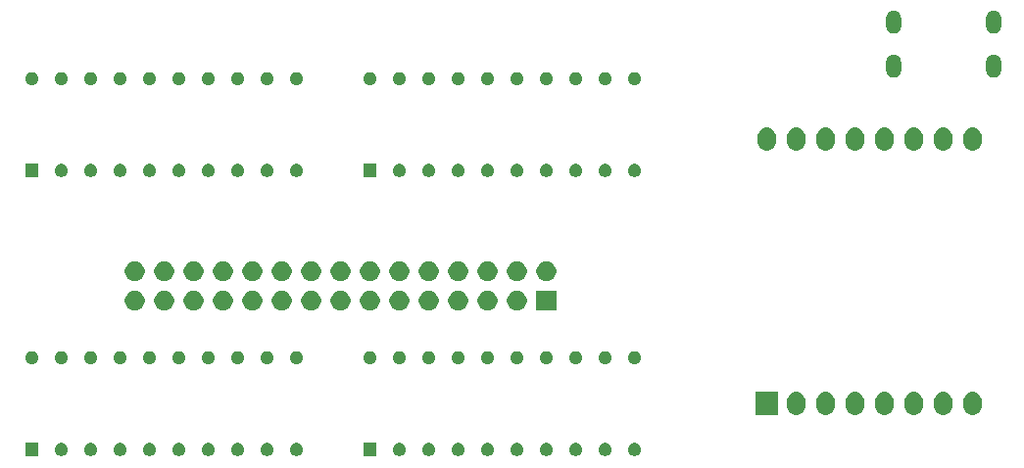
<source format=gbs>
G04 #@! TF.GenerationSoftware,KiCad,Pcbnew,(5.1.5)-3*
G04 #@! TF.CreationDate,2021-05-12T20:45:08+02:00*
G04 #@! TF.ProjectId,thermochromic clock resistors driver,74686572-6d6f-4636-9872-6f6d69632063,1*
G04 #@! TF.SameCoordinates,Original*
G04 #@! TF.FileFunction,Soldermask,Bot*
G04 #@! TF.FilePolarity,Negative*
%FSLAX46Y46*%
G04 Gerber Fmt 4.6, Leading zero omitted, Abs format (unit mm)*
G04 Created by KiCad (PCBNEW (5.1.5)-3) date 2021-05-12 20:45:08*
%MOMM*%
%LPD*%
G04 APERTURE LIST*
%ADD10C,0.010000*%
%ADD11C,0.152400*%
G04 APERTURE END LIST*
D10*
G36*
X210060000Y-73660000D02*
G01*
X210060000Y-73650000D01*
X209460000Y-73650000D01*
X209460000Y-73310000D01*
X209460822Y-73278598D01*
X209463287Y-73247283D01*
X209467387Y-73216139D01*
X209473111Y-73185253D01*
X209480445Y-73154709D01*
X209489366Y-73124590D01*
X209499852Y-73094979D01*
X209511873Y-73065958D01*
X209525396Y-73037606D01*
X209540385Y-73010000D01*
X209556798Y-72983217D01*
X209574590Y-72957329D01*
X209593712Y-72932408D01*
X209614113Y-72908522D01*
X209635736Y-72885736D01*
X209658522Y-72864113D01*
X209682408Y-72843712D01*
X209707329Y-72824590D01*
X209733217Y-72806798D01*
X209760000Y-72790385D01*
X209787606Y-72775396D01*
X209815958Y-72761873D01*
X209844979Y-72749852D01*
X209874590Y-72739366D01*
X209904709Y-72730445D01*
X209935253Y-72723111D01*
X209966139Y-72717387D01*
X209997283Y-72713287D01*
X210028598Y-72710822D01*
X210060000Y-72710000D01*
X210091402Y-72710822D01*
X210122717Y-72713287D01*
X210153861Y-72717387D01*
X210184747Y-72723111D01*
X210215291Y-72730445D01*
X210245410Y-72739366D01*
X210275021Y-72749852D01*
X210304042Y-72761873D01*
X210332394Y-72775396D01*
X210360000Y-72790385D01*
X210386783Y-72806798D01*
X210412671Y-72824590D01*
X210437592Y-72843712D01*
X210461478Y-72864113D01*
X210484264Y-72885736D01*
X210505887Y-72908522D01*
X210526288Y-72932408D01*
X210545410Y-72957329D01*
X210563202Y-72983217D01*
X210579615Y-73010000D01*
X210594604Y-73037606D01*
X210608127Y-73065958D01*
X210620148Y-73094979D01*
X210630634Y-73124590D01*
X210639555Y-73154709D01*
X210646889Y-73185253D01*
X210652613Y-73216139D01*
X210656713Y-73247283D01*
X210659178Y-73278598D01*
X210660000Y-73310000D01*
X210660000Y-74010000D01*
X210659178Y-74041402D01*
X210656713Y-74072717D01*
X210652613Y-74103861D01*
X210646889Y-74134747D01*
X210639555Y-74165291D01*
X210630634Y-74195410D01*
X210620148Y-74225021D01*
X210608127Y-74254042D01*
X210594604Y-74282394D01*
X210579615Y-74310000D01*
X210563202Y-74336783D01*
X210545410Y-74362671D01*
X210526288Y-74387592D01*
X210505887Y-74411478D01*
X210484264Y-74434264D01*
X210461478Y-74455887D01*
X210437592Y-74476288D01*
X210412671Y-74495410D01*
X210386783Y-74513202D01*
X210360000Y-74529615D01*
X210332394Y-74544604D01*
X210304042Y-74558127D01*
X210275021Y-74570148D01*
X210245410Y-74580634D01*
X210215291Y-74589555D01*
X210184747Y-74596889D01*
X210153861Y-74602613D01*
X210122717Y-74606713D01*
X210091402Y-74609178D01*
X210060000Y-74610000D01*
X210028598Y-74609178D01*
X209997283Y-74606713D01*
X209966139Y-74602613D01*
X209935253Y-74596889D01*
X209904709Y-74589555D01*
X209874590Y-74580634D01*
X209844979Y-74570148D01*
X209815958Y-74558127D01*
X209787606Y-74544604D01*
X209760000Y-74529615D01*
X209733217Y-74513202D01*
X209707329Y-74495410D01*
X209682408Y-74476288D01*
X209658522Y-74455887D01*
X209635736Y-74434264D01*
X209614113Y-74411478D01*
X209593712Y-74387592D01*
X209574590Y-74362671D01*
X209556798Y-74336783D01*
X209540385Y-74310000D01*
X209525396Y-74282394D01*
X209511873Y-74254042D01*
X209499852Y-74225021D01*
X209489366Y-74195410D01*
X209480445Y-74165291D01*
X209473111Y-74134747D01*
X209467387Y-74103861D01*
X209463287Y-74072717D01*
X209460822Y-74041402D01*
X209460000Y-74010000D01*
X209460000Y-73660000D01*
X210060000Y-73660000D01*
G37*
X210060000Y-73660000D02*
X210060000Y-73650000D01*
X209460000Y-73650000D01*
X209460000Y-73310000D01*
X209460822Y-73278598D01*
X209463287Y-73247283D01*
X209467387Y-73216139D01*
X209473111Y-73185253D01*
X209480445Y-73154709D01*
X209489366Y-73124590D01*
X209499852Y-73094979D01*
X209511873Y-73065958D01*
X209525396Y-73037606D01*
X209540385Y-73010000D01*
X209556798Y-72983217D01*
X209574590Y-72957329D01*
X209593712Y-72932408D01*
X209614113Y-72908522D01*
X209635736Y-72885736D01*
X209658522Y-72864113D01*
X209682408Y-72843712D01*
X209707329Y-72824590D01*
X209733217Y-72806798D01*
X209760000Y-72790385D01*
X209787606Y-72775396D01*
X209815958Y-72761873D01*
X209844979Y-72749852D01*
X209874590Y-72739366D01*
X209904709Y-72730445D01*
X209935253Y-72723111D01*
X209966139Y-72717387D01*
X209997283Y-72713287D01*
X210028598Y-72710822D01*
X210060000Y-72710000D01*
X210091402Y-72710822D01*
X210122717Y-72713287D01*
X210153861Y-72717387D01*
X210184747Y-72723111D01*
X210215291Y-72730445D01*
X210245410Y-72739366D01*
X210275021Y-72749852D01*
X210304042Y-72761873D01*
X210332394Y-72775396D01*
X210360000Y-72790385D01*
X210386783Y-72806798D01*
X210412671Y-72824590D01*
X210437592Y-72843712D01*
X210461478Y-72864113D01*
X210484264Y-72885736D01*
X210505887Y-72908522D01*
X210526288Y-72932408D01*
X210545410Y-72957329D01*
X210563202Y-72983217D01*
X210579615Y-73010000D01*
X210594604Y-73037606D01*
X210608127Y-73065958D01*
X210620148Y-73094979D01*
X210630634Y-73124590D01*
X210639555Y-73154709D01*
X210646889Y-73185253D01*
X210652613Y-73216139D01*
X210656713Y-73247283D01*
X210659178Y-73278598D01*
X210660000Y-73310000D01*
X210660000Y-74010000D01*
X210659178Y-74041402D01*
X210656713Y-74072717D01*
X210652613Y-74103861D01*
X210646889Y-74134747D01*
X210639555Y-74165291D01*
X210630634Y-74195410D01*
X210620148Y-74225021D01*
X210608127Y-74254042D01*
X210594604Y-74282394D01*
X210579615Y-74310000D01*
X210563202Y-74336783D01*
X210545410Y-74362671D01*
X210526288Y-74387592D01*
X210505887Y-74411478D01*
X210484264Y-74434264D01*
X210461478Y-74455887D01*
X210437592Y-74476288D01*
X210412671Y-74495410D01*
X210386783Y-74513202D01*
X210360000Y-74529615D01*
X210332394Y-74544604D01*
X210304042Y-74558127D01*
X210275021Y-74570148D01*
X210245410Y-74580634D01*
X210215291Y-74589555D01*
X210184747Y-74596889D01*
X210153861Y-74602613D01*
X210122717Y-74606713D01*
X210091402Y-74609178D01*
X210060000Y-74610000D01*
X210028598Y-74609178D01*
X209997283Y-74606713D01*
X209966139Y-74602613D01*
X209935253Y-74596889D01*
X209904709Y-74589555D01*
X209874590Y-74580634D01*
X209844979Y-74570148D01*
X209815958Y-74558127D01*
X209787606Y-74544604D01*
X209760000Y-74529615D01*
X209733217Y-74513202D01*
X209707329Y-74495410D01*
X209682408Y-74476288D01*
X209658522Y-74455887D01*
X209635736Y-74434264D01*
X209614113Y-74411478D01*
X209593712Y-74387592D01*
X209574590Y-74362671D01*
X209556798Y-74336783D01*
X209540385Y-74310000D01*
X209525396Y-74282394D01*
X209511873Y-74254042D01*
X209499852Y-74225021D01*
X209489366Y-74195410D01*
X209480445Y-74165291D01*
X209473111Y-74134747D01*
X209467387Y-74103861D01*
X209463287Y-74072717D01*
X209460822Y-74041402D01*
X209460000Y-74010000D01*
X209460000Y-73660000D01*
X210060000Y-73660000D01*
G36*
X201420000Y-73660000D02*
G01*
X201420000Y-73650000D01*
X200820000Y-73650000D01*
X200820000Y-73310000D01*
X200820822Y-73278598D01*
X200823287Y-73247283D01*
X200827387Y-73216139D01*
X200833111Y-73185253D01*
X200840445Y-73154709D01*
X200849366Y-73124590D01*
X200859852Y-73094979D01*
X200871873Y-73065958D01*
X200885396Y-73037606D01*
X200900385Y-73010000D01*
X200916798Y-72983217D01*
X200934590Y-72957329D01*
X200953712Y-72932408D01*
X200974113Y-72908522D01*
X200995736Y-72885736D01*
X201018522Y-72864113D01*
X201042408Y-72843712D01*
X201067329Y-72824590D01*
X201093217Y-72806798D01*
X201120000Y-72790385D01*
X201147606Y-72775396D01*
X201175958Y-72761873D01*
X201204979Y-72749852D01*
X201234590Y-72739366D01*
X201264709Y-72730445D01*
X201295253Y-72723111D01*
X201326139Y-72717387D01*
X201357283Y-72713287D01*
X201388598Y-72710822D01*
X201420000Y-72710000D01*
X201451402Y-72710822D01*
X201482717Y-72713287D01*
X201513861Y-72717387D01*
X201544747Y-72723111D01*
X201575291Y-72730445D01*
X201605410Y-72739366D01*
X201635021Y-72749852D01*
X201664042Y-72761873D01*
X201692394Y-72775396D01*
X201720000Y-72790385D01*
X201746783Y-72806798D01*
X201772671Y-72824590D01*
X201797592Y-72843712D01*
X201821478Y-72864113D01*
X201844264Y-72885736D01*
X201865887Y-72908522D01*
X201886288Y-72932408D01*
X201905410Y-72957329D01*
X201923202Y-72983217D01*
X201939615Y-73010000D01*
X201954604Y-73037606D01*
X201968127Y-73065958D01*
X201980148Y-73094979D01*
X201990634Y-73124590D01*
X201999555Y-73154709D01*
X202006889Y-73185253D01*
X202012613Y-73216139D01*
X202016713Y-73247283D01*
X202019178Y-73278598D01*
X202020000Y-73310000D01*
X202020000Y-74010000D01*
X202019178Y-74041402D01*
X202016713Y-74072717D01*
X202012613Y-74103861D01*
X202006889Y-74134747D01*
X201999555Y-74165291D01*
X201990634Y-74195410D01*
X201980148Y-74225021D01*
X201968127Y-74254042D01*
X201954604Y-74282394D01*
X201939615Y-74310000D01*
X201923202Y-74336783D01*
X201905410Y-74362671D01*
X201886288Y-74387592D01*
X201865887Y-74411478D01*
X201844264Y-74434264D01*
X201821478Y-74455887D01*
X201797592Y-74476288D01*
X201772671Y-74495410D01*
X201746783Y-74513202D01*
X201720000Y-74529615D01*
X201692394Y-74544604D01*
X201664042Y-74558127D01*
X201635021Y-74570148D01*
X201605410Y-74580634D01*
X201575291Y-74589555D01*
X201544747Y-74596889D01*
X201513861Y-74602613D01*
X201482717Y-74606713D01*
X201451402Y-74609178D01*
X201420000Y-74610000D01*
X201388598Y-74609178D01*
X201357283Y-74606713D01*
X201326139Y-74602613D01*
X201295253Y-74596889D01*
X201264709Y-74589555D01*
X201234590Y-74580634D01*
X201204979Y-74570148D01*
X201175958Y-74558127D01*
X201147606Y-74544604D01*
X201120000Y-74529615D01*
X201093217Y-74513202D01*
X201067329Y-74495410D01*
X201042408Y-74476288D01*
X201018522Y-74455887D01*
X200995736Y-74434264D01*
X200974113Y-74411478D01*
X200953712Y-74387592D01*
X200934590Y-74362671D01*
X200916798Y-74336783D01*
X200900385Y-74310000D01*
X200885396Y-74282394D01*
X200871873Y-74254042D01*
X200859852Y-74225021D01*
X200849366Y-74195410D01*
X200840445Y-74165291D01*
X200833111Y-74134747D01*
X200827387Y-74103861D01*
X200823287Y-74072717D01*
X200820822Y-74041402D01*
X200820000Y-74010000D01*
X200820000Y-73660000D01*
X201420000Y-73660000D01*
G37*
X201420000Y-73660000D02*
X201420000Y-73650000D01*
X200820000Y-73650000D01*
X200820000Y-73310000D01*
X200820822Y-73278598D01*
X200823287Y-73247283D01*
X200827387Y-73216139D01*
X200833111Y-73185253D01*
X200840445Y-73154709D01*
X200849366Y-73124590D01*
X200859852Y-73094979D01*
X200871873Y-73065958D01*
X200885396Y-73037606D01*
X200900385Y-73010000D01*
X200916798Y-72983217D01*
X200934590Y-72957329D01*
X200953712Y-72932408D01*
X200974113Y-72908522D01*
X200995736Y-72885736D01*
X201018522Y-72864113D01*
X201042408Y-72843712D01*
X201067329Y-72824590D01*
X201093217Y-72806798D01*
X201120000Y-72790385D01*
X201147606Y-72775396D01*
X201175958Y-72761873D01*
X201204979Y-72749852D01*
X201234590Y-72739366D01*
X201264709Y-72730445D01*
X201295253Y-72723111D01*
X201326139Y-72717387D01*
X201357283Y-72713287D01*
X201388598Y-72710822D01*
X201420000Y-72710000D01*
X201451402Y-72710822D01*
X201482717Y-72713287D01*
X201513861Y-72717387D01*
X201544747Y-72723111D01*
X201575291Y-72730445D01*
X201605410Y-72739366D01*
X201635021Y-72749852D01*
X201664042Y-72761873D01*
X201692394Y-72775396D01*
X201720000Y-72790385D01*
X201746783Y-72806798D01*
X201772671Y-72824590D01*
X201797592Y-72843712D01*
X201821478Y-72864113D01*
X201844264Y-72885736D01*
X201865887Y-72908522D01*
X201886288Y-72932408D01*
X201905410Y-72957329D01*
X201923202Y-72983217D01*
X201939615Y-73010000D01*
X201954604Y-73037606D01*
X201968127Y-73065958D01*
X201980148Y-73094979D01*
X201990634Y-73124590D01*
X201999555Y-73154709D01*
X202006889Y-73185253D01*
X202012613Y-73216139D01*
X202016713Y-73247283D01*
X202019178Y-73278598D01*
X202020000Y-73310000D01*
X202020000Y-74010000D01*
X202019178Y-74041402D01*
X202016713Y-74072717D01*
X202012613Y-74103861D01*
X202006889Y-74134747D01*
X201999555Y-74165291D01*
X201990634Y-74195410D01*
X201980148Y-74225021D01*
X201968127Y-74254042D01*
X201954604Y-74282394D01*
X201939615Y-74310000D01*
X201923202Y-74336783D01*
X201905410Y-74362671D01*
X201886288Y-74387592D01*
X201865887Y-74411478D01*
X201844264Y-74434264D01*
X201821478Y-74455887D01*
X201797592Y-74476288D01*
X201772671Y-74495410D01*
X201746783Y-74513202D01*
X201720000Y-74529615D01*
X201692394Y-74544604D01*
X201664042Y-74558127D01*
X201635021Y-74570148D01*
X201605410Y-74580634D01*
X201575291Y-74589555D01*
X201544747Y-74596889D01*
X201513861Y-74602613D01*
X201482717Y-74606713D01*
X201451402Y-74609178D01*
X201420000Y-74610000D01*
X201388598Y-74609178D01*
X201357283Y-74606713D01*
X201326139Y-74602613D01*
X201295253Y-74596889D01*
X201264709Y-74589555D01*
X201234590Y-74580634D01*
X201204979Y-74570148D01*
X201175958Y-74558127D01*
X201147606Y-74544604D01*
X201120000Y-74529615D01*
X201093217Y-74513202D01*
X201067329Y-74495410D01*
X201042408Y-74476288D01*
X201018522Y-74455887D01*
X200995736Y-74434264D01*
X200974113Y-74411478D01*
X200953712Y-74387592D01*
X200934590Y-74362671D01*
X200916798Y-74336783D01*
X200900385Y-74310000D01*
X200885396Y-74282394D01*
X200871873Y-74254042D01*
X200859852Y-74225021D01*
X200849366Y-74195410D01*
X200840445Y-74165291D01*
X200833111Y-74134747D01*
X200827387Y-74103861D01*
X200823287Y-74072717D01*
X200820822Y-74041402D01*
X200820000Y-74010000D01*
X200820000Y-73660000D01*
X201420000Y-73660000D01*
G36*
X210060000Y-69860000D02*
G01*
X210060000Y-69850000D01*
X209460000Y-69850000D01*
X209460000Y-69510000D01*
X209460822Y-69478598D01*
X209463287Y-69447283D01*
X209467387Y-69416139D01*
X209473111Y-69385253D01*
X209480445Y-69354709D01*
X209489366Y-69324590D01*
X209499852Y-69294979D01*
X209511873Y-69265958D01*
X209525396Y-69237606D01*
X209540385Y-69210000D01*
X209556798Y-69183217D01*
X209574590Y-69157329D01*
X209593712Y-69132408D01*
X209614113Y-69108522D01*
X209635736Y-69085736D01*
X209658522Y-69064113D01*
X209682408Y-69043712D01*
X209707329Y-69024590D01*
X209733217Y-69006798D01*
X209760000Y-68990385D01*
X209787606Y-68975396D01*
X209815958Y-68961873D01*
X209844979Y-68949852D01*
X209874590Y-68939366D01*
X209904709Y-68930445D01*
X209935253Y-68923111D01*
X209966139Y-68917387D01*
X209997283Y-68913287D01*
X210028598Y-68910822D01*
X210060000Y-68910000D01*
X210091402Y-68910822D01*
X210122717Y-68913287D01*
X210153861Y-68917387D01*
X210184747Y-68923111D01*
X210215291Y-68930445D01*
X210245410Y-68939366D01*
X210275021Y-68949852D01*
X210304042Y-68961873D01*
X210332394Y-68975396D01*
X210360000Y-68990385D01*
X210386783Y-69006798D01*
X210412671Y-69024590D01*
X210437592Y-69043712D01*
X210461478Y-69064113D01*
X210484264Y-69085736D01*
X210505887Y-69108522D01*
X210526288Y-69132408D01*
X210545410Y-69157329D01*
X210563202Y-69183217D01*
X210579615Y-69210000D01*
X210594604Y-69237606D01*
X210608127Y-69265958D01*
X210620148Y-69294979D01*
X210630634Y-69324590D01*
X210639555Y-69354709D01*
X210646889Y-69385253D01*
X210652613Y-69416139D01*
X210656713Y-69447283D01*
X210659178Y-69478598D01*
X210660000Y-69510000D01*
X210660000Y-70210000D01*
X210659178Y-70241402D01*
X210656713Y-70272717D01*
X210652613Y-70303861D01*
X210646889Y-70334747D01*
X210639555Y-70365291D01*
X210630634Y-70395410D01*
X210620148Y-70425021D01*
X210608127Y-70454042D01*
X210594604Y-70482394D01*
X210579615Y-70510000D01*
X210563202Y-70536783D01*
X210545410Y-70562671D01*
X210526288Y-70587592D01*
X210505887Y-70611478D01*
X210484264Y-70634264D01*
X210461478Y-70655887D01*
X210437592Y-70676288D01*
X210412671Y-70695410D01*
X210386783Y-70713202D01*
X210360000Y-70729615D01*
X210332394Y-70744604D01*
X210304042Y-70758127D01*
X210275021Y-70770148D01*
X210245410Y-70780634D01*
X210215291Y-70789555D01*
X210184747Y-70796889D01*
X210153861Y-70802613D01*
X210122717Y-70806713D01*
X210091402Y-70809178D01*
X210060000Y-70810000D01*
X210028598Y-70809178D01*
X209997283Y-70806713D01*
X209966139Y-70802613D01*
X209935253Y-70796889D01*
X209904709Y-70789555D01*
X209874590Y-70780634D01*
X209844979Y-70770148D01*
X209815958Y-70758127D01*
X209787606Y-70744604D01*
X209760000Y-70729615D01*
X209733217Y-70713202D01*
X209707329Y-70695410D01*
X209682408Y-70676288D01*
X209658522Y-70655887D01*
X209635736Y-70634264D01*
X209614113Y-70611478D01*
X209593712Y-70587592D01*
X209574590Y-70562671D01*
X209556798Y-70536783D01*
X209540385Y-70510000D01*
X209525396Y-70482394D01*
X209511873Y-70454042D01*
X209499852Y-70425021D01*
X209489366Y-70395410D01*
X209480445Y-70365291D01*
X209473111Y-70334747D01*
X209467387Y-70303861D01*
X209463287Y-70272717D01*
X209460822Y-70241402D01*
X209460000Y-70210000D01*
X209460000Y-69860000D01*
X210060000Y-69860000D01*
G37*
X210060000Y-69860000D02*
X210060000Y-69850000D01*
X209460000Y-69850000D01*
X209460000Y-69510000D01*
X209460822Y-69478598D01*
X209463287Y-69447283D01*
X209467387Y-69416139D01*
X209473111Y-69385253D01*
X209480445Y-69354709D01*
X209489366Y-69324590D01*
X209499852Y-69294979D01*
X209511873Y-69265958D01*
X209525396Y-69237606D01*
X209540385Y-69210000D01*
X209556798Y-69183217D01*
X209574590Y-69157329D01*
X209593712Y-69132408D01*
X209614113Y-69108522D01*
X209635736Y-69085736D01*
X209658522Y-69064113D01*
X209682408Y-69043712D01*
X209707329Y-69024590D01*
X209733217Y-69006798D01*
X209760000Y-68990385D01*
X209787606Y-68975396D01*
X209815958Y-68961873D01*
X209844979Y-68949852D01*
X209874590Y-68939366D01*
X209904709Y-68930445D01*
X209935253Y-68923111D01*
X209966139Y-68917387D01*
X209997283Y-68913287D01*
X210028598Y-68910822D01*
X210060000Y-68910000D01*
X210091402Y-68910822D01*
X210122717Y-68913287D01*
X210153861Y-68917387D01*
X210184747Y-68923111D01*
X210215291Y-68930445D01*
X210245410Y-68939366D01*
X210275021Y-68949852D01*
X210304042Y-68961873D01*
X210332394Y-68975396D01*
X210360000Y-68990385D01*
X210386783Y-69006798D01*
X210412671Y-69024590D01*
X210437592Y-69043712D01*
X210461478Y-69064113D01*
X210484264Y-69085736D01*
X210505887Y-69108522D01*
X210526288Y-69132408D01*
X210545410Y-69157329D01*
X210563202Y-69183217D01*
X210579615Y-69210000D01*
X210594604Y-69237606D01*
X210608127Y-69265958D01*
X210620148Y-69294979D01*
X210630634Y-69324590D01*
X210639555Y-69354709D01*
X210646889Y-69385253D01*
X210652613Y-69416139D01*
X210656713Y-69447283D01*
X210659178Y-69478598D01*
X210660000Y-69510000D01*
X210660000Y-70210000D01*
X210659178Y-70241402D01*
X210656713Y-70272717D01*
X210652613Y-70303861D01*
X210646889Y-70334747D01*
X210639555Y-70365291D01*
X210630634Y-70395410D01*
X210620148Y-70425021D01*
X210608127Y-70454042D01*
X210594604Y-70482394D01*
X210579615Y-70510000D01*
X210563202Y-70536783D01*
X210545410Y-70562671D01*
X210526288Y-70587592D01*
X210505887Y-70611478D01*
X210484264Y-70634264D01*
X210461478Y-70655887D01*
X210437592Y-70676288D01*
X210412671Y-70695410D01*
X210386783Y-70713202D01*
X210360000Y-70729615D01*
X210332394Y-70744604D01*
X210304042Y-70758127D01*
X210275021Y-70770148D01*
X210245410Y-70780634D01*
X210215291Y-70789555D01*
X210184747Y-70796889D01*
X210153861Y-70802613D01*
X210122717Y-70806713D01*
X210091402Y-70809178D01*
X210060000Y-70810000D01*
X210028598Y-70809178D01*
X209997283Y-70806713D01*
X209966139Y-70802613D01*
X209935253Y-70796889D01*
X209904709Y-70789555D01*
X209874590Y-70780634D01*
X209844979Y-70770148D01*
X209815958Y-70758127D01*
X209787606Y-70744604D01*
X209760000Y-70729615D01*
X209733217Y-70713202D01*
X209707329Y-70695410D01*
X209682408Y-70676288D01*
X209658522Y-70655887D01*
X209635736Y-70634264D01*
X209614113Y-70611478D01*
X209593712Y-70587592D01*
X209574590Y-70562671D01*
X209556798Y-70536783D01*
X209540385Y-70510000D01*
X209525396Y-70482394D01*
X209511873Y-70454042D01*
X209499852Y-70425021D01*
X209489366Y-70395410D01*
X209480445Y-70365291D01*
X209473111Y-70334747D01*
X209467387Y-70303861D01*
X209463287Y-70272717D01*
X209460822Y-70241402D01*
X209460000Y-70210000D01*
X209460000Y-69860000D01*
X210060000Y-69860000D01*
G36*
X201420000Y-69860000D02*
G01*
X201420000Y-69850000D01*
X200820000Y-69850000D01*
X200820000Y-69510000D01*
X200820822Y-69478598D01*
X200823287Y-69447283D01*
X200827387Y-69416139D01*
X200833111Y-69385253D01*
X200840445Y-69354709D01*
X200849366Y-69324590D01*
X200859852Y-69294979D01*
X200871873Y-69265958D01*
X200885396Y-69237606D01*
X200900385Y-69210000D01*
X200916798Y-69183217D01*
X200934590Y-69157329D01*
X200953712Y-69132408D01*
X200974113Y-69108522D01*
X200995736Y-69085736D01*
X201018522Y-69064113D01*
X201042408Y-69043712D01*
X201067329Y-69024590D01*
X201093217Y-69006798D01*
X201120000Y-68990385D01*
X201147606Y-68975396D01*
X201175958Y-68961873D01*
X201204979Y-68949852D01*
X201234590Y-68939366D01*
X201264709Y-68930445D01*
X201295253Y-68923111D01*
X201326139Y-68917387D01*
X201357283Y-68913287D01*
X201388598Y-68910822D01*
X201420000Y-68910000D01*
X201451402Y-68910822D01*
X201482717Y-68913287D01*
X201513861Y-68917387D01*
X201544747Y-68923111D01*
X201575291Y-68930445D01*
X201605410Y-68939366D01*
X201635021Y-68949852D01*
X201664042Y-68961873D01*
X201692394Y-68975396D01*
X201720000Y-68990385D01*
X201746783Y-69006798D01*
X201772671Y-69024590D01*
X201797592Y-69043712D01*
X201821478Y-69064113D01*
X201844264Y-69085736D01*
X201865887Y-69108522D01*
X201886288Y-69132408D01*
X201905410Y-69157329D01*
X201923202Y-69183217D01*
X201939615Y-69210000D01*
X201954604Y-69237606D01*
X201968127Y-69265958D01*
X201980148Y-69294979D01*
X201990634Y-69324590D01*
X201999555Y-69354709D01*
X202006889Y-69385253D01*
X202012613Y-69416139D01*
X202016713Y-69447283D01*
X202019178Y-69478598D01*
X202020000Y-69510000D01*
X202020000Y-70210000D01*
X202019178Y-70241402D01*
X202016713Y-70272717D01*
X202012613Y-70303861D01*
X202006889Y-70334747D01*
X201999555Y-70365291D01*
X201990634Y-70395410D01*
X201980148Y-70425021D01*
X201968127Y-70454042D01*
X201954604Y-70482394D01*
X201939615Y-70510000D01*
X201923202Y-70536783D01*
X201905410Y-70562671D01*
X201886288Y-70587592D01*
X201865887Y-70611478D01*
X201844264Y-70634264D01*
X201821478Y-70655887D01*
X201797592Y-70676288D01*
X201772671Y-70695410D01*
X201746783Y-70713202D01*
X201720000Y-70729615D01*
X201692394Y-70744604D01*
X201664042Y-70758127D01*
X201635021Y-70770148D01*
X201605410Y-70780634D01*
X201575291Y-70789555D01*
X201544747Y-70796889D01*
X201513861Y-70802613D01*
X201482717Y-70806713D01*
X201451402Y-70809178D01*
X201420000Y-70810000D01*
X201388598Y-70809178D01*
X201357283Y-70806713D01*
X201326139Y-70802613D01*
X201295253Y-70796889D01*
X201264709Y-70789555D01*
X201234590Y-70780634D01*
X201204979Y-70770148D01*
X201175958Y-70758127D01*
X201147606Y-70744604D01*
X201120000Y-70729615D01*
X201093217Y-70713202D01*
X201067329Y-70695410D01*
X201042408Y-70676288D01*
X201018522Y-70655887D01*
X200995736Y-70634264D01*
X200974113Y-70611478D01*
X200953712Y-70587592D01*
X200934590Y-70562671D01*
X200916798Y-70536783D01*
X200900385Y-70510000D01*
X200885396Y-70482394D01*
X200871873Y-70454042D01*
X200859852Y-70425021D01*
X200849366Y-70395410D01*
X200840445Y-70365291D01*
X200833111Y-70334747D01*
X200827387Y-70303861D01*
X200823287Y-70272717D01*
X200820822Y-70241402D01*
X200820000Y-70210000D01*
X200820000Y-69860000D01*
X201420000Y-69860000D01*
G37*
X201420000Y-69860000D02*
X201420000Y-69850000D01*
X200820000Y-69850000D01*
X200820000Y-69510000D01*
X200820822Y-69478598D01*
X200823287Y-69447283D01*
X200827387Y-69416139D01*
X200833111Y-69385253D01*
X200840445Y-69354709D01*
X200849366Y-69324590D01*
X200859852Y-69294979D01*
X200871873Y-69265958D01*
X200885396Y-69237606D01*
X200900385Y-69210000D01*
X200916798Y-69183217D01*
X200934590Y-69157329D01*
X200953712Y-69132408D01*
X200974113Y-69108522D01*
X200995736Y-69085736D01*
X201018522Y-69064113D01*
X201042408Y-69043712D01*
X201067329Y-69024590D01*
X201093217Y-69006798D01*
X201120000Y-68990385D01*
X201147606Y-68975396D01*
X201175958Y-68961873D01*
X201204979Y-68949852D01*
X201234590Y-68939366D01*
X201264709Y-68930445D01*
X201295253Y-68923111D01*
X201326139Y-68917387D01*
X201357283Y-68913287D01*
X201388598Y-68910822D01*
X201420000Y-68910000D01*
X201451402Y-68910822D01*
X201482717Y-68913287D01*
X201513861Y-68917387D01*
X201544747Y-68923111D01*
X201575291Y-68930445D01*
X201605410Y-68939366D01*
X201635021Y-68949852D01*
X201664042Y-68961873D01*
X201692394Y-68975396D01*
X201720000Y-68990385D01*
X201746783Y-69006798D01*
X201772671Y-69024590D01*
X201797592Y-69043712D01*
X201821478Y-69064113D01*
X201844264Y-69085736D01*
X201865887Y-69108522D01*
X201886288Y-69132408D01*
X201905410Y-69157329D01*
X201923202Y-69183217D01*
X201939615Y-69210000D01*
X201954604Y-69237606D01*
X201968127Y-69265958D01*
X201980148Y-69294979D01*
X201990634Y-69324590D01*
X201999555Y-69354709D01*
X202006889Y-69385253D01*
X202012613Y-69416139D01*
X202016713Y-69447283D01*
X202019178Y-69478598D01*
X202020000Y-69510000D01*
X202020000Y-70210000D01*
X202019178Y-70241402D01*
X202016713Y-70272717D01*
X202012613Y-70303861D01*
X202006889Y-70334747D01*
X201999555Y-70365291D01*
X201990634Y-70395410D01*
X201980148Y-70425021D01*
X201968127Y-70454042D01*
X201954604Y-70482394D01*
X201939615Y-70510000D01*
X201923202Y-70536783D01*
X201905410Y-70562671D01*
X201886288Y-70587592D01*
X201865887Y-70611478D01*
X201844264Y-70634264D01*
X201821478Y-70655887D01*
X201797592Y-70676288D01*
X201772671Y-70695410D01*
X201746783Y-70713202D01*
X201720000Y-70729615D01*
X201692394Y-70744604D01*
X201664042Y-70758127D01*
X201635021Y-70770148D01*
X201605410Y-70780634D01*
X201575291Y-70789555D01*
X201544747Y-70796889D01*
X201513861Y-70802613D01*
X201482717Y-70806713D01*
X201451402Y-70809178D01*
X201420000Y-70810000D01*
X201388598Y-70809178D01*
X201357283Y-70806713D01*
X201326139Y-70802613D01*
X201295253Y-70796889D01*
X201264709Y-70789555D01*
X201234590Y-70780634D01*
X201204979Y-70770148D01*
X201175958Y-70758127D01*
X201147606Y-70744604D01*
X201120000Y-70729615D01*
X201093217Y-70713202D01*
X201067329Y-70695410D01*
X201042408Y-70676288D01*
X201018522Y-70655887D01*
X200995736Y-70634264D01*
X200974113Y-70611478D01*
X200953712Y-70587592D01*
X200934590Y-70562671D01*
X200916798Y-70536783D01*
X200900385Y-70510000D01*
X200885396Y-70482394D01*
X200871873Y-70454042D01*
X200859852Y-70425021D01*
X200849366Y-70395410D01*
X200840445Y-70365291D01*
X200833111Y-70334747D01*
X200827387Y-70303861D01*
X200823287Y-70272717D01*
X200820822Y-70241402D01*
X200820000Y-70210000D01*
X200820000Y-69860000D01*
X201420000Y-69860000D01*
D11*
G36*
X179180226Y-106285856D02*
G01*
X179234804Y-106296712D01*
X179337628Y-106339303D01*
X179430167Y-106401136D01*
X179508864Y-106479833D01*
X179570697Y-106572372D01*
X179613288Y-106675196D01*
X179635000Y-106784352D01*
X179635000Y-106895648D01*
X179613288Y-107004804D01*
X179570697Y-107107628D01*
X179508864Y-107200167D01*
X179430167Y-107278864D01*
X179337628Y-107340697D01*
X179234804Y-107383288D01*
X179180226Y-107394144D01*
X179125649Y-107405000D01*
X179014351Y-107405000D01*
X178959774Y-107394144D01*
X178905196Y-107383288D01*
X178802372Y-107340697D01*
X178709833Y-107278864D01*
X178631136Y-107200167D01*
X178569303Y-107107628D01*
X178526712Y-107004804D01*
X178505000Y-106895648D01*
X178505000Y-106784352D01*
X178526712Y-106675196D01*
X178569303Y-106572372D01*
X178631136Y-106479833D01*
X178709833Y-106401136D01*
X178802372Y-106339303D01*
X178905196Y-106296712D01*
X178959774Y-106285856D01*
X179014351Y-106275000D01*
X179125649Y-106275000D01*
X179180226Y-106285856D01*
G37*
G36*
X149970226Y-106285856D02*
G01*
X150024804Y-106296712D01*
X150127628Y-106339303D01*
X150220167Y-106401136D01*
X150298864Y-106479833D01*
X150360697Y-106572372D01*
X150403288Y-106675196D01*
X150425000Y-106784352D01*
X150425000Y-106895648D01*
X150403288Y-107004804D01*
X150360697Y-107107628D01*
X150298864Y-107200167D01*
X150220167Y-107278864D01*
X150127628Y-107340697D01*
X150024804Y-107383288D01*
X149970226Y-107394144D01*
X149915649Y-107405000D01*
X149804351Y-107405000D01*
X149749774Y-107394144D01*
X149695196Y-107383288D01*
X149592372Y-107340697D01*
X149499833Y-107278864D01*
X149421136Y-107200167D01*
X149359303Y-107107628D01*
X149316712Y-107004804D01*
X149295000Y-106895648D01*
X149295000Y-106784352D01*
X149316712Y-106675196D01*
X149359303Y-106572372D01*
X149421136Y-106479833D01*
X149499833Y-106401136D01*
X149592372Y-106339303D01*
X149695196Y-106296712D01*
X149749774Y-106285856D01*
X149804351Y-106275000D01*
X149915649Y-106275000D01*
X149970226Y-106285856D01*
G37*
G36*
X127565000Y-107405000D02*
G01*
X126435000Y-107405000D01*
X126435000Y-106275000D01*
X127565000Y-106275000D01*
X127565000Y-107405000D01*
G37*
G36*
X129650226Y-106285856D02*
G01*
X129704804Y-106296712D01*
X129807628Y-106339303D01*
X129900167Y-106401136D01*
X129978864Y-106479833D01*
X130040697Y-106572372D01*
X130083288Y-106675196D01*
X130105000Y-106784352D01*
X130105000Y-106895648D01*
X130083288Y-107004804D01*
X130040697Y-107107628D01*
X129978864Y-107200167D01*
X129900167Y-107278864D01*
X129807628Y-107340697D01*
X129704804Y-107383288D01*
X129650226Y-107394144D01*
X129595649Y-107405000D01*
X129484351Y-107405000D01*
X129429774Y-107394144D01*
X129375196Y-107383288D01*
X129272372Y-107340697D01*
X129179833Y-107278864D01*
X129101136Y-107200167D01*
X129039303Y-107107628D01*
X128996712Y-107004804D01*
X128975000Y-106895648D01*
X128975000Y-106784352D01*
X128996712Y-106675196D01*
X129039303Y-106572372D01*
X129101136Y-106479833D01*
X129179833Y-106401136D01*
X129272372Y-106339303D01*
X129375196Y-106296712D01*
X129429774Y-106285856D01*
X129484351Y-106275000D01*
X129595649Y-106275000D01*
X129650226Y-106285856D01*
G37*
G36*
X132190226Y-106285856D02*
G01*
X132244804Y-106296712D01*
X132347628Y-106339303D01*
X132440167Y-106401136D01*
X132518864Y-106479833D01*
X132580697Y-106572372D01*
X132623288Y-106675196D01*
X132645000Y-106784352D01*
X132645000Y-106895648D01*
X132623288Y-107004804D01*
X132580697Y-107107628D01*
X132518864Y-107200167D01*
X132440167Y-107278864D01*
X132347628Y-107340697D01*
X132244804Y-107383288D01*
X132190226Y-107394144D01*
X132135649Y-107405000D01*
X132024351Y-107405000D01*
X131969774Y-107394144D01*
X131915196Y-107383288D01*
X131812372Y-107340697D01*
X131719833Y-107278864D01*
X131641136Y-107200167D01*
X131579303Y-107107628D01*
X131536712Y-107004804D01*
X131515000Y-106895648D01*
X131515000Y-106784352D01*
X131536712Y-106675196D01*
X131579303Y-106572372D01*
X131641136Y-106479833D01*
X131719833Y-106401136D01*
X131812372Y-106339303D01*
X131915196Y-106296712D01*
X131969774Y-106285856D01*
X132024351Y-106275000D01*
X132135649Y-106275000D01*
X132190226Y-106285856D01*
G37*
G36*
X134730226Y-106285856D02*
G01*
X134784804Y-106296712D01*
X134887628Y-106339303D01*
X134980167Y-106401136D01*
X135058864Y-106479833D01*
X135120697Y-106572372D01*
X135163288Y-106675196D01*
X135185000Y-106784352D01*
X135185000Y-106895648D01*
X135163288Y-107004804D01*
X135120697Y-107107628D01*
X135058864Y-107200167D01*
X134980167Y-107278864D01*
X134887628Y-107340697D01*
X134784804Y-107383288D01*
X134730226Y-107394144D01*
X134675649Y-107405000D01*
X134564351Y-107405000D01*
X134509774Y-107394144D01*
X134455196Y-107383288D01*
X134352372Y-107340697D01*
X134259833Y-107278864D01*
X134181136Y-107200167D01*
X134119303Y-107107628D01*
X134076712Y-107004804D01*
X134055000Y-106895648D01*
X134055000Y-106784352D01*
X134076712Y-106675196D01*
X134119303Y-106572372D01*
X134181136Y-106479833D01*
X134259833Y-106401136D01*
X134352372Y-106339303D01*
X134455196Y-106296712D01*
X134509774Y-106285856D01*
X134564351Y-106275000D01*
X134675649Y-106275000D01*
X134730226Y-106285856D01*
G37*
G36*
X137270226Y-106285856D02*
G01*
X137324804Y-106296712D01*
X137427628Y-106339303D01*
X137520167Y-106401136D01*
X137598864Y-106479833D01*
X137660697Y-106572372D01*
X137703288Y-106675196D01*
X137725000Y-106784352D01*
X137725000Y-106895648D01*
X137703288Y-107004804D01*
X137660697Y-107107628D01*
X137598864Y-107200167D01*
X137520167Y-107278864D01*
X137427628Y-107340697D01*
X137324804Y-107383288D01*
X137270226Y-107394144D01*
X137215649Y-107405000D01*
X137104351Y-107405000D01*
X137049774Y-107394144D01*
X136995196Y-107383288D01*
X136892372Y-107340697D01*
X136799833Y-107278864D01*
X136721136Y-107200167D01*
X136659303Y-107107628D01*
X136616712Y-107004804D01*
X136595000Y-106895648D01*
X136595000Y-106784352D01*
X136616712Y-106675196D01*
X136659303Y-106572372D01*
X136721136Y-106479833D01*
X136799833Y-106401136D01*
X136892372Y-106339303D01*
X136995196Y-106296712D01*
X137049774Y-106285856D01*
X137104351Y-106275000D01*
X137215649Y-106275000D01*
X137270226Y-106285856D01*
G37*
G36*
X139810226Y-106285856D02*
G01*
X139864804Y-106296712D01*
X139967628Y-106339303D01*
X140060167Y-106401136D01*
X140138864Y-106479833D01*
X140200697Y-106572372D01*
X140243288Y-106675196D01*
X140265000Y-106784352D01*
X140265000Y-106895648D01*
X140243288Y-107004804D01*
X140200697Y-107107628D01*
X140138864Y-107200167D01*
X140060167Y-107278864D01*
X139967628Y-107340697D01*
X139864804Y-107383288D01*
X139810226Y-107394144D01*
X139755649Y-107405000D01*
X139644351Y-107405000D01*
X139589774Y-107394144D01*
X139535196Y-107383288D01*
X139432372Y-107340697D01*
X139339833Y-107278864D01*
X139261136Y-107200167D01*
X139199303Y-107107628D01*
X139156712Y-107004804D01*
X139135000Y-106895648D01*
X139135000Y-106784352D01*
X139156712Y-106675196D01*
X139199303Y-106572372D01*
X139261136Y-106479833D01*
X139339833Y-106401136D01*
X139432372Y-106339303D01*
X139535196Y-106296712D01*
X139589774Y-106285856D01*
X139644351Y-106275000D01*
X139755649Y-106275000D01*
X139810226Y-106285856D01*
G37*
G36*
X142350226Y-106285856D02*
G01*
X142404804Y-106296712D01*
X142507628Y-106339303D01*
X142600167Y-106401136D01*
X142678864Y-106479833D01*
X142740697Y-106572372D01*
X142783288Y-106675196D01*
X142805000Y-106784352D01*
X142805000Y-106895648D01*
X142783288Y-107004804D01*
X142740697Y-107107628D01*
X142678864Y-107200167D01*
X142600167Y-107278864D01*
X142507628Y-107340697D01*
X142404804Y-107383288D01*
X142350226Y-107394144D01*
X142295649Y-107405000D01*
X142184351Y-107405000D01*
X142129774Y-107394144D01*
X142075196Y-107383288D01*
X141972372Y-107340697D01*
X141879833Y-107278864D01*
X141801136Y-107200167D01*
X141739303Y-107107628D01*
X141696712Y-107004804D01*
X141675000Y-106895648D01*
X141675000Y-106784352D01*
X141696712Y-106675196D01*
X141739303Y-106572372D01*
X141801136Y-106479833D01*
X141879833Y-106401136D01*
X141972372Y-106339303D01*
X142075196Y-106296712D01*
X142129774Y-106285856D01*
X142184351Y-106275000D01*
X142295649Y-106275000D01*
X142350226Y-106285856D01*
G37*
G36*
X144890226Y-106285856D02*
G01*
X144944804Y-106296712D01*
X145047628Y-106339303D01*
X145140167Y-106401136D01*
X145218864Y-106479833D01*
X145280697Y-106572372D01*
X145323288Y-106675196D01*
X145345000Y-106784352D01*
X145345000Y-106895648D01*
X145323288Y-107004804D01*
X145280697Y-107107628D01*
X145218864Y-107200167D01*
X145140167Y-107278864D01*
X145047628Y-107340697D01*
X144944804Y-107383288D01*
X144890226Y-107394144D01*
X144835649Y-107405000D01*
X144724351Y-107405000D01*
X144669774Y-107394144D01*
X144615196Y-107383288D01*
X144512372Y-107340697D01*
X144419833Y-107278864D01*
X144341136Y-107200167D01*
X144279303Y-107107628D01*
X144236712Y-107004804D01*
X144215000Y-106895648D01*
X144215000Y-106784352D01*
X144236712Y-106675196D01*
X144279303Y-106572372D01*
X144341136Y-106479833D01*
X144419833Y-106401136D01*
X144512372Y-106339303D01*
X144615196Y-106296712D01*
X144669774Y-106285856D01*
X144724351Y-106275000D01*
X144835649Y-106275000D01*
X144890226Y-106285856D01*
G37*
G36*
X147430226Y-106285856D02*
G01*
X147484804Y-106296712D01*
X147587628Y-106339303D01*
X147680167Y-106401136D01*
X147758864Y-106479833D01*
X147820697Y-106572372D01*
X147863288Y-106675196D01*
X147885000Y-106784352D01*
X147885000Y-106895648D01*
X147863288Y-107004804D01*
X147820697Y-107107628D01*
X147758864Y-107200167D01*
X147680167Y-107278864D01*
X147587628Y-107340697D01*
X147484804Y-107383288D01*
X147430226Y-107394144D01*
X147375649Y-107405000D01*
X147264351Y-107405000D01*
X147209774Y-107394144D01*
X147155196Y-107383288D01*
X147052372Y-107340697D01*
X146959833Y-107278864D01*
X146881136Y-107200167D01*
X146819303Y-107107628D01*
X146776712Y-107004804D01*
X146755000Y-106895648D01*
X146755000Y-106784352D01*
X146776712Y-106675196D01*
X146819303Y-106572372D01*
X146881136Y-106479833D01*
X146959833Y-106401136D01*
X147052372Y-106339303D01*
X147155196Y-106296712D01*
X147209774Y-106285856D01*
X147264351Y-106275000D01*
X147375649Y-106275000D01*
X147430226Y-106285856D01*
G37*
G36*
X158860226Y-106285856D02*
G01*
X158914804Y-106296712D01*
X159017628Y-106339303D01*
X159110167Y-106401136D01*
X159188864Y-106479833D01*
X159250697Y-106572372D01*
X159293288Y-106675196D01*
X159315000Y-106784352D01*
X159315000Y-106895648D01*
X159293288Y-107004804D01*
X159250697Y-107107628D01*
X159188864Y-107200167D01*
X159110167Y-107278864D01*
X159017628Y-107340697D01*
X158914804Y-107383288D01*
X158860226Y-107394144D01*
X158805649Y-107405000D01*
X158694351Y-107405000D01*
X158639774Y-107394144D01*
X158585196Y-107383288D01*
X158482372Y-107340697D01*
X158389833Y-107278864D01*
X158311136Y-107200167D01*
X158249303Y-107107628D01*
X158206712Y-107004804D01*
X158185000Y-106895648D01*
X158185000Y-106784352D01*
X158206712Y-106675196D01*
X158249303Y-106572372D01*
X158311136Y-106479833D01*
X158389833Y-106401136D01*
X158482372Y-106339303D01*
X158585196Y-106296712D01*
X158639774Y-106285856D01*
X158694351Y-106275000D01*
X158805649Y-106275000D01*
X158860226Y-106285856D01*
G37*
G36*
X161400226Y-106285856D02*
G01*
X161454804Y-106296712D01*
X161557628Y-106339303D01*
X161650167Y-106401136D01*
X161728864Y-106479833D01*
X161790697Y-106572372D01*
X161833288Y-106675196D01*
X161855000Y-106784352D01*
X161855000Y-106895648D01*
X161833288Y-107004804D01*
X161790697Y-107107628D01*
X161728864Y-107200167D01*
X161650167Y-107278864D01*
X161557628Y-107340697D01*
X161454804Y-107383288D01*
X161400226Y-107394144D01*
X161345649Y-107405000D01*
X161234351Y-107405000D01*
X161179774Y-107394144D01*
X161125196Y-107383288D01*
X161022372Y-107340697D01*
X160929833Y-107278864D01*
X160851136Y-107200167D01*
X160789303Y-107107628D01*
X160746712Y-107004804D01*
X160725000Y-106895648D01*
X160725000Y-106784352D01*
X160746712Y-106675196D01*
X160789303Y-106572372D01*
X160851136Y-106479833D01*
X160929833Y-106401136D01*
X161022372Y-106339303D01*
X161125196Y-106296712D01*
X161179774Y-106285856D01*
X161234351Y-106275000D01*
X161345649Y-106275000D01*
X161400226Y-106285856D01*
G37*
G36*
X163940226Y-106285856D02*
G01*
X163994804Y-106296712D01*
X164097628Y-106339303D01*
X164190167Y-106401136D01*
X164268864Y-106479833D01*
X164330697Y-106572372D01*
X164373288Y-106675196D01*
X164395000Y-106784352D01*
X164395000Y-106895648D01*
X164373288Y-107004804D01*
X164330697Y-107107628D01*
X164268864Y-107200167D01*
X164190167Y-107278864D01*
X164097628Y-107340697D01*
X163994804Y-107383288D01*
X163940226Y-107394144D01*
X163885649Y-107405000D01*
X163774351Y-107405000D01*
X163719774Y-107394144D01*
X163665196Y-107383288D01*
X163562372Y-107340697D01*
X163469833Y-107278864D01*
X163391136Y-107200167D01*
X163329303Y-107107628D01*
X163286712Y-107004804D01*
X163265000Y-106895648D01*
X163265000Y-106784352D01*
X163286712Y-106675196D01*
X163329303Y-106572372D01*
X163391136Y-106479833D01*
X163469833Y-106401136D01*
X163562372Y-106339303D01*
X163665196Y-106296712D01*
X163719774Y-106285856D01*
X163774351Y-106275000D01*
X163885649Y-106275000D01*
X163940226Y-106285856D01*
G37*
G36*
X166480226Y-106285856D02*
G01*
X166534804Y-106296712D01*
X166637628Y-106339303D01*
X166730167Y-106401136D01*
X166808864Y-106479833D01*
X166870697Y-106572372D01*
X166913288Y-106675196D01*
X166935000Y-106784352D01*
X166935000Y-106895648D01*
X166913288Y-107004804D01*
X166870697Y-107107628D01*
X166808864Y-107200167D01*
X166730167Y-107278864D01*
X166637628Y-107340697D01*
X166534804Y-107383288D01*
X166480226Y-107394144D01*
X166425649Y-107405000D01*
X166314351Y-107405000D01*
X166259774Y-107394144D01*
X166205196Y-107383288D01*
X166102372Y-107340697D01*
X166009833Y-107278864D01*
X165931136Y-107200167D01*
X165869303Y-107107628D01*
X165826712Y-107004804D01*
X165805000Y-106895648D01*
X165805000Y-106784352D01*
X165826712Y-106675196D01*
X165869303Y-106572372D01*
X165931136Y-106479833D01*
X166009833Y-106401136D01*
X166102372Y-106339303D01*
X166205196Y-106296712D01*
X166259774Y-106285856D01*
X166314351Y-106275000D01*
X166425649Y-106275000D01*
X166480226Y-106285856D01*
G37*
G36*
X169020226Y-106285856D02*
G01*
X169074804Y-106296712D01*
X169177628Y-106339303D01*
X169270167Y-106401136D01*
X169348864Y-106479833D01*
X169410697Y-106572372D01*
X169453288Y-106675196D01*
X169475000Y-106784352D01*
X169475000Y-106895648D01*
X169453288Y-107004804D01*
X169410697Y-107107628D01*
X169348864Y-107200167D01*
X169270167Y-107278864D01*
X169177628Y-107340697D01*
X169074804Y-107383288D01*
X169020226Y-107394144D01*
X168965649Y-107405000D01*
X168854351Y-107405000D01*
X168799774Y-107394144D01*
X168745196Y-107383288D01*
X168642372Y-107340697D01*
X168549833Y-107278864D01*
X168471136Y-107200167D01*
X168409303Y-107107628D01*
X168366712Y-107004804D01*
X168345000Y-106895648D01*
X168345000Y-106784352D01*
X168366712Y-106675196D01*
X168409303Y-106572372D01*
X168471136Y-106479833D01*
X168549833Y-106401136D01*
X168642372Y-106339303D01*
X168745196Y-106296712D01*
X168799774Y-106285856D01*
X168854351Y-106275000D01*
X168965649Y-106275000D01*
X169020226Y-106285856D01*
G37*
G36*
X171560226Y-106285856D02*
G01*
X171614804Y-106296712D01*
X171717628Y-106339303D01*
X171810167Y-106401136D01*
X171888864Y-106479833D01*
X171950697Y-106572372D01*
X171993288Y-106675196D01*
X172015000Y-106784352D01*
X172015000Y-106895648D01*
X171993288Y-107004804D01*
X171950697Y-107107628D01*
X171888864Y-107200167D01*
X171810167Y-107278864D01*
X171717628Y-107340697D01*
X171614804Y-107383288D01*
X171560226Y-107394144D01*
X171505649Y-107405000D01*
X171394351Y-107405000D01*
X171339774Y-107394144D01*
X171285196Y-107383288D01*
X171182372Y-107340697D01*
X171089833Y-107278864D01*
X171011136Y-107200167D01*
X170949303Y-107107628D01*
X170906712Y-107004804D01*
X170885000Y-106895648D01*
X170885000Y-106784352D01*
X170906712Y-106675196D01*
X170949303Y-106572372D01*
X171011136Y-106479833D01*
X171089833Y-106401136D01*
X171182372Y-106339303D01*
X171285196Y-106296712D01*
X171339774Y-106285856D01*
X171394351Y-106275000D01*
X171505649Y-106275000D01*
X171560226Y-106285856D01*
G37*
G36*
X174100226Y-106285856D02*
G01*
X174154804Y-106296712D01*
X174257628Y-106339303D01*
X174350167Y-106401136D01*
X174428864Y-106479833D01*
X174490697Y-106572372D01*
X174533288Y-106675196D01*
X174555000Y-106784352D01*
X174555000Y-106895648D01*
X174533288Y-107004804D01*
X174490697Y-107107628D01*
X174428864Y-107200167D01*
X174350167Y-107278864D01*
X174257628Y-107340697D01*
X174154804Y-107383288D01*
X174100226Y-107394144D01*
X174045649Y-107405000D01*
X173934351Y-107405000D01*
X173879774Y-107394144D01*
X173825196Y-107383288D01*
X173722372Y-107340697D01*
X173629833Y-107278864D01*
X173551136Y-107200167D01*
X173489303Y-107107628D01*
X173446712Y-107004804D01*
X173425000Y-106895648D01*
X173425000Y-106784352D01*
X173446712Y-106675196D01*
X173489303Y-106572372D01*
X173551136Y-106479833D01*
X173629833Y-106401136D01*
X173722372Y-106339303D01*
X173825196Y-106296712D01*
X173879774Y-106285856D01*
X173934351Y-106275000D01*
X174045649Y-106275000D01*
X174100226Y-106285856D01*
G37*
G36*
X176640226Y-106285856D02*
G01*
X176694804Y-106296712D01*
X176797628Y-106339303D01*
X176890167Y-106401136D01*
X176968864Y-106479833D01*
X177030697Y-106572372D01*
X177073288Y-106675196D01*
X177095000Y-106784352D01*
X177095000Y-106895648D01*
X177073288Y-107004804D01*
X177030697Y-107107628D01*
X176968864Y-107200167D01*
X176890167Y-107278864D01*
X176797628Y-107340697D01*
X176694804Y-107383288D01*
X176640226Y-107394144D01*
X176585649Y-107405000D01*
X176474351Y-107405000D01*
X176419774Y-107394144D01*
X176365196Y-107383288D01*
X176262372Y-107340697D01*
X176169833Y-107278864D01*
X176091136Y-107200167D01*
X176029303Y-107107628D01*
X175986712Y-107004804D01*
X175965000Y-106895648D01*
X175965000Y-106784352D01*
X175986712Y-106675196D01*
X176029303Y-106572372D01*
X176091136Y-106479833D01*
X176169833Y-106401136D01*
X176262372Y-106339303D01*
X176365196Y-106296712D01*
X176419774Y-106285856D01*
X176474351Y-106275000D01*
X176585649Y-106275000D01*
X176640226Y-106285856D01*
G37*
G36*
X156775000Y-107405000D02*
G01*
X155645000Y-107405000D01*
X155645000Y-106275000D01*
X156775000Y-106275000D01*
X156775000Y-107405000D01*
G37*
G36*
X198276826Y-101881576D02*
G01*
X198427628Y-101927321D01*
X198566604Y-102001605D01*
X198688422Y-102101578D01*
X198788395Y-102223395D01*
X198862679Y-102362371D01*
X198908424Y-102513173D01*
X198920000Y-102630705D01*
X198920000Y-103109294D01*
X198908424Y-103226827D01*
X198862679Y-103377629D01*
X198788395Y-103516605D01*
X198688422Y-103638422D01*
X198566605Y-103738395D01*
X198427629Y-103812679D01*
X198276827Y-103858424D01*
X198120000Y-103873870D01*
X197963174Y-103858424D01*
X197812372Y-103812679D01*
X197673396Y-103738395D01*
X197551579Y-103638422D01*
X197451605Y-103516604D01*
X197377321Y-103377629D01*
X197331576Y-103226827D01*
X197320000Y-103109295D01*
X197320000Y-102630706D01*
X197331576Y-102513174D01*
X197377321Y-102362372D01*
X197451605Y-102223396D01*
X197551578Y-102101578D01*
X197673395Y-102001605D01*
X197812371Y-101927321D01*
X197963173Y-101881576D01*
X198120000Y-101866130D01*
X198276826Y-101881576D01*
G37*
G36*
X193196826Y-101881576D02*
G01*
X193347628Y-101927321D01*
X193486604Y-102001605D01*
X193608422Y-102101578D01*
X193708395Y-102223395D01*
X193782679Y-102362371D01*
X193828424Y-102513173D01*
X193840000Y-102630705D01*
X193840000Y-103109294D01*
X193828424Y-103226827D01*
X193782679Y-103377629D01*
X193708395Y-103516605D01*
X193608422Y-103638422D01*
X193486605Y-103738395D01*
X193347629Y-103812679D01*
X193196827Y-103858424D01*
X193040000Y-103873870D01*
X192883174Y-103858424D01*
X192732372Y-103812679D01*
X192593396Y-103738395D01*
X192471579Y-103638422D01*
X192371605Y-103516604D01*
X192297321Y-103377629D01*
X192251576Y-103226827D01*
X192240000Y-103109295D01*
X192240000Y-102630706D01*
X192251576Y-102513174D01*
X192297321Y-102362372D01*
X192371605Y-102223396D01*
X192471578Y-102101578D01*
X192593395Y-102001605D01*
X192732371Y-101927321D01*
X192883173Y-101881576D01*
X193040000Y-101866130D01*
X193196826Y-101881576D01*
G37*
G36*
X195736826Y-101881576D02*
G01*
X195887628Y-101927321D01*
X196026604Y-102001605D01*
X196148422Y-102101578D01*
X196248395Y-102223395D01*
X196322679Y-102362371D01*
X196368424Y-102513173D01*
X196380000Y-102630705D01*
X196380000Y-103109294D01*
X196368424Y-103226827D01*
X196322679Y-103377629D01*
X196248395Y-103516605D01*
X196148422Y-103638422D01*
X196026605Y-103738395D01*
X195887629Y-103812679D01*
X195736827Y-103858424D01*
X195580000Y-103873870D01*
X195423174Y-103858424D01*
X195272372Y-103812679D01*
X195133396Y-103738395D01*
X195011579Y-103638422D01*
X194911605Y-103516604D01*
X194837321Y-103377629D01*
X194791576Y-103226827D01*
X194780000Y-103109295D01*
X194780000Y-102630706D01*
X194791576Y-102513174D01*
X194837321Y-102362372D01*
X194911605Y-102223396D01*
X195011578Y-102101578D01*
X195133395Y-102001605D01*
X195272371Y-101927321D01*
X195423173Y-101881576D01*
X195580000Y-101866130D01*
X195736826Y-101881576D01*
G37*
G36*
X200816826Y-101881576D02*
G01*
X200967628Y-101927321D01*
X201106604Y-102001605D01*
X201228422Y-102101578D01*
X201328395Y-102223395D01*
X201402679Y-102362371D01*
X201448424Y-102513173D01*
X201460000Y-102630705D01*
X201460000Y-103109294D01*
X201448424Y-103226827D01*
X201402679Y-103377629D01*
X201328395Y-103516605D01*
X201228422Y-103638422D01*
X201106605Y-103738395D01*
X200967629Y-103812679D01*
X200816827Y-103858424D01*
X200660000Y-103873870D01*
X200503174Y-103858424D01*
X200352372Y-103812679D01*
X200213396Y-103738395D01*
X200091579Y-103638422D01*
X199991605Y-103516604D01*
X199917321Y-103377629D01*
X199871576Y-103226827D01*
X199860000Y-103109295D01*
X199860000Y-102630706D01*
X199871576Y-102513174D01*
X199917321Y-102362372D01*
X199991605Y-102223396D01*
X200091578Y-102101578D01*
X200213395Y-102001605D01*
X200352371Y-101927321D01*
X200503173Y-101881576D01*
X200660000Y-101866130D01*
X200816826Y-101881576D01*
G37*
G36*
X203356826Y-101881576D02*
G01*
X203507628Y-101927321D01*
X203646604Y-102001605D01*
X203768422Y-102101578D01*
X203868395Y-102223395D01*
X203942679Y-102362371D01*
X203988424Y-102513173D01*
X204000000Y-102630705D01*
X204000000Y-103109294D01*
X203988424Y-103226827D01*
X203942679Y-103377629D01*
X203868395Y-103516605D01*
X203768422Y-103638422D01*
X203646605Y-103738395D01*
X203507629Y-103812679D01*
X203356827Y-103858424D01*
X203200000Y-103873870D01*
X203043174Y-103858424D01*
X202892372Y-103812679D01*
X202753396Y-103738395D01*
X202631579Y-103638422D01*
X202531605Y-103516604D01*
X202457321Y-103377629D01*
X202411576Y-103226827D01*
X202400000Y-103109295D01*
X202400000Y-102630706D01*
X202411576Y-102513174D01*
X202457321Y-102362372D01*
X202531605Y-102223396D01*
X202631578Y-102101578D01*
X202753395Y-102001605D01*
X202892371Y-101927321D01*
X203043173Y-101881576D01*
X203200000Y-101866130D01*
X203356826Y-101881576D01*
G37*
G36*
X205896826Y-101881576D02*
G01*
X206047628Y-101927321D01*
X206186604Y-102001605D01*
X206308422Y-102101578D01*
X206408395Y-102223395D01*
X206482679Y-102362371D01*
X206528424Y-102513173D01*
X206540000Y-102630705D01*
X206540000Y-103109294D01*
X206528424Y-103226827D01*
X206482679Y-103377629D01*
X206408395Y-103516605D01*
X206308422Y-103638422D01*
X206186605Y-103738395D01*
X206047629Y-103812679D01*
X205896827Y-103858424D01*
X205740000Y-103873870D01*
X205583174Y-103858424D01*
X205432372Y-103812679D01*
X205293396Y-103738395D01*
X205171579Y-103638422D01*
X205071605Y-103516604D01*
X204997321Y-103377629D01*
X204951576Y-103226827D01*
X204940000Y-103109295D01*
X204940000Y-102630706D01*
X204951576Y-102513174D01*
X204997321Y-102362372D01*
X205071605Y-102223396D01*
X205171578Y-102101578D01*
X205293395Y-102001605D01*
X205432371Y-101927321D01*
X205583173Y-101881576D01*
X205740000Y-101866130D01*
X205896826Y-101881576D01*
G37*
G36*
X208436826Y-101881576D02*
G01*
X208587628Y-101927321D01*
X208726604Y-102001605D01*
X208848422Y-102101578D01*
X208948395Y-102223395D01*
X209022679Y-102362371D01*
X209068424Y-102513173D01*
X209080000Y-102630705D01*
X209080000Y-103109294D01*
X209068424Y-103226827D01*
X209022679Y-103377629D01*
X208948395Y-103516605D01*
X208848422Y-103638422D01*
X208726605Y-103738395D01*
X208587629Y-103812679D01*
X208436827Y-103858424D01*
X208280000Y-103873870D01*
X208123174Y-103858424D01*
X207972372Y-103812679D01*
X207833396Y-103738395D01*
X207711579Y-103638422D01*
X207611605Y-103516604D01*
X207537321Y-103377629D01*
X207491576Y-103226827D01*
X207480000Y-103109295D01*
X207480000Y-102630706D01*
X207491576Y-102513174D01*
X207537321Y-102362372D01*
X207611605Y-102223396D01*
X207711578Y-102101578D01*
X207833395Y-102001605D01*
X207972371Y-101927321D01*
X208123173Y-101881576D01*
X208280000Y-101866130D01*
X208436826Y-101881576D01*
G37*
G36*
X191500000Y-103870000D02*
G01*
X189500000Y-103870000D01*
X189500000Y-101870000D01*
X191500000Y-101870000D01*
X191500000Y-103870000D01*
G37*
G36*
X144890226Y-98345856D02*
G01*
X144944804Y-98356712D01*
X145047628Y-98399303D01*
X145140167Y-98461136D01*
X145218864Y-98539833D01*
X145280697Y-98632372D01*
X145323288Y-98735196D01*
X145345000Y-98844352D01*
X145345000Y-98955648D01*
X145323288Y-99064804D01*
X145280697Y-99167628D01*
X145218864Y-99260167D01*
X145140167Y-99338864D01*
X145047628Y-99400697D01*
X144944804Y-99443288D01*
X144890226Y-99454144D01*
X144835649Y-99465000D01*
X144724351Y-99465000D01*
X144669774Y-99454144D01*
X144615196Y-99443288D01*
X144512372Y-99400697D01*
X144419833Y-99338864D01*
X144341136Y-99260167D01*
X144279303Y-99167628D01*
X144236712Y-99064804D01*
X144215000Y-98955648D01*
X144215000Y-98844352D01*
X144236712Y-98735196D01*
X144279303Y-98632372D01*
X144341136Y-98539833D01*
X144419833Y-98461136D01*
X144512372Y-98399303D01*
X144615196Y-98356712D01*
X144669774Y-98345856D01*
X144724351Y-98335000D01*
X144835649Y-98335000D01*
X144890226Y-98345856D01*
G37*
G36*
X127110226Y-98345856D02*
G01*
X127164804Y-98356712D01*
X127267628Y-98399303D01*
X127360167Y-98461136D01*
X127438864Y-98539833D01*
X127500697Y-98632372D01*
X127543288Y-98735196D01*
X127565000Y-98844352D01*
X127565000Y-98955648D01*
X127543288Y-99064804D01*
X127500697Y-99167628D01*
X127438864Y-99260167D01*
X127360167Y-99338864D01*
X127267628Y-99400697D01*
X127164804Y-99443288D01*
X127110226Y-99454144D01*
X127055649Y-99465000D01*
X126944351Y-99465000D01*
X126889774Y-99454144D01*
X126835196Y-99443288D01*
X126732372Y-99400697D01*
X126639833Y-99338864D01*
X126561136Y-99260167D01*
X126499303Y-99167628D01*
X126456712Y-99064804D01*
X126435000Y-98955648D01*
X126435000Y-98844352D01*
X126456712Y-98735196D01*
X126499303Y-98632372D01*
X126561136Y-98539833D01*
X126639833Y-98461136D01*
X126732372Y-98399303D01*
X126835196Y-98356712D01*
X126889774Y-98345856D01*
X126944351Y-98335000D01*
X127055649Y-98335000D01*
X127110226Y-98345856D01*
G37*
G36*
X129650226Y-98345856D02*
G01*
X129704804Y-98356712D01*
X129807628Y-98399303D01*
X129900167Y-98461136D01*
X129978864Y-98539833D01*
X130040697Y-98632372D01*
X130083288Y-98735196D01*
X130105000Y-98844352D01*
X130105000Y-98955648D01*
X130083288Y-99064804D01*
X130040697Y-99167628D01*
X129978864Y-99260167D01*
X129900167Y-99338864D01*
X129807628Y-99400697D01*
X129704804Y-99443288D01*
X129650226Y-99454144D01*
X129595649Y-99465000D01*
X129484351Y-99465000D01*
X129429774Y-99454144D01*
X129375196Y-99443288D01*
X129272372Y-99400697D01*
X129179833Y-99338864D01*
X129101136Y-99260167D01*
X129039303Y-99167628D01*
X128996712Y-99064804D01*
X128975000Y-98955648D01*
X128975000Y-98844352D01*
X128996712Y-98735196D01*
X129039303Y-98632372D01*
X129101136Y-98539833D01*
X129179833Y-98461136D01*
X129272372Y-98399303D01*
X129375196Y-98356712D01*
X129429774Y-98345856D01*
X129484351Y-98335000D01*
X129595649Y-98335000D01*
X129650226Y-98345856D01*
G37*
G36*
X132190226Y-98345856D02*
G01*
X132244804Y-98356712D01*
X132347628Y-98399303D01*
X132440167Y-98461136D01*
X132518864Y-98539833D01*
X132580697Y-98632372D01*
X132623288Y-98735196D01*
X132645000Y-98844352D01*
X132645000Y-98955648D01*
X132623288Y-99064804D01*
X132580697Y-99167628D01*
X132518864Y-99260167D01*
X132440167Y-99338864D01*
X132347628Y-99400697D01*
X132244804Y-99443288D01*
X132190226Y-99454144D01*
X132135649Y-99465000D01*
X132024351Y-99465000D01*
X131969774Y-99454144D01*
X131915196Y-99443288D01*
X131812372Y-99400697D01*
X131719833Y-99338864D01*
X131641136Y-99260167D01*
X131579303Y-99167628D01*
X131536712Y-99064804D01*
X131515000Y-98955648D01*
X131515000Y-98844352D01*
X131536712Y-98735196D01*
X131579303Y-98632372D01*
X131641136Y-98539833D01*
X131719833Y-98461136D01*
X131812372Y-98399303D01*
X131915196Y-98356712D01*
X131969774Y-98345856D01*
X132024351Y-98335000D01*
X132135649Y-98335000D01*
X132190226Y-98345856D01*
G37*
G36*
X134730226Y-98345856D02*
G01*
X134784804Y-98356712D01*
X134887628Y-98399303D01*
X134980167Y-98461136D01*
X135058864Y-98539833D01*
X135120697Y-98632372D01*
X135163288Y-98735196D01*
X135185000Y-98844352D01*
X135185000Y-98955648D01*
X135163288Y-99064804D01*
X135120697Y-99167628D01*
X135058864Y-99260167D01*
X134980167Y-99338864D01*
X134887628Y-99400697D01*
X134784804Y-99443288D01*
X134730226Y-99454144D01*
X134675649Y-99465000D01*
X134564351Y-99465000D01*
X134509774Y-99454144D01*
X134455196Y-99443288D01*
X134352372Y-99400697D01*
X134259833Y-99338864D01*
X134181136Y-99260167D01*
X134119303Y-99167628D01*
X134076712Y-99064804D01*
X134055000Y-98955648D01*
X134055000Y-98844352D01*
X134076712Y-98735196D01*
X134119303Y-98632372D01*
X134181136Y-98539833D01*
X134259833Y-98461136D01*
X134352372Y-98399303D01*
X134455196Y-98356712D01*
X134509774Y-98345856D01*
X134564351Y-98335000D01*
X134675649Y-98335000D01*
X134730226Y-98345856D01*
G37*
G36*
X137270226Y-98345856D02*
G01*
X137324804Y-98356712D01*
X137427628Y-98399303D01*
X137520167Y-98461136D01*
X137598864Y-98539833D01*
X137660697Y-98632372D01*
X137703288Y-98735196D01*
X137725000Y-98844352D01*
X137725000Y-98955648D01*
X137703288Y-99064804D01*
X137660697Y-99167628D01*
X137598864Y-99260167D01*
X137520167Y-99338864D01*
X137427628Y-99400697D01*
X137324804Y-99443288D01*
X137270226Y-99454144D01*
X137215649Y-99465000D01*
X137104351Y-99465000D01*
X137049774Y-99454144D01*
X136995196Y-99443288D01*
X136892372Y-99400697D01*
X136799833Y-99338864D01*
X136721136Y-99260167D01*
X136659303Y-99167628D01*
X136616712Y-99064804D01*
X136595000Y-98955648D01*
X136595000Y-98844352D01*
X136616712Y-98735196D01*
X136659303Y-98632372D01*
X136721136Y-98539833D01*
X136799833Y-98461136D01*
X136892372Y-98399303D01*
X136995196Y-98356712D01*
X137049774Y-98345856D01*
X137104351Y-98335000D01*
X137215649Y-98335000D01*
X137270226Y-98345856D01*
G37*
G36*
X139810226Y-98345856D02*
G01*
X139864804Y-98356712D01*
X139967628Y-98399303D01*
X140060167Y-98461136D01*
X140138864Y-98539833D01*
X140200697Y-98632372D01*
X140243288Y-98735196D01*
X140265000Y-98844352D01*
X140265000Y-98955648D01*
X140243288Y-99064804D01*
X140200697Y-99167628D01*
X140138864Y-99260167D01*
X140060167Y-99338864D01*
X139967628Y-99400697D01*
X139864804Y-99443288D01*
X139810226Y-99454144D01*
X139755649Y-99465000D01*
X139644351Y-99465000D01*
X139589774Y-99454144D01*
X139535196Y-99443288D01*
X139432372Y-99400697D01*
X139339833Y-99338864D01*
X139261136Y-99260167D01*
X139199303Y-99167628D01*
X139156712Y-99064804D01*
X139135000Y-98955648D01*
X139135000Y-98844352D01*
X139156712Y-98735196D01*
X139199303Y-98632372D01*
X139261136Y-98539833D01*
X139339833Y-98461136D01*
X139432372Y-98399303D01*
X139535196Y-98356712D01*
X139589774Y-98345856D01*
X139644351Y-98335000D01*
X139755649Y-98335000D01*
X139810226Y-98345856D01*
G37*
G36*
X156320226Y-98345856D02*
G01*
X156374804Y-98356712D01*
X156477628Y-98399303D01*
X156570167Y-98461136D01*
X156648864Y-98539833D01*
X156710697Y-98632372D01*
X156753288Y-98735196D01*
X156775000Y-98844352D01*
X156775000Y-98955648D01*
X156753288Y-99064804D01*
X156710697Y-99167628D01*
X156648864Y-99260167D01*
X156570167Y-99338864D01*
X156477628Y-99400697D01*
X156374804Y-99443288D01*
X156320226Y-99454144D01*
X156265649Y-99465000D01*
X156154351Y-99465000D01*
X156099774Y-99454144D01*
X156045196Y-99443288D01*
X155942372Y-99400697D01*
X155849833Y-99338864D01*
X155771136Y-99260167D01*
X155709303Y-99167628D01*
X155666712Y-99064804D01*
X155645000Y-98955648D01*
X155645000Y-98844352D01*
X155666712Y-98735196D01*
X155709303Y-98632372D01*
X155771136Y-98539833D01*
X155849833Y-98461136D01*
X155942372Y-98399303D01*
X156045196Y-98356712D01*
X156099774Y-98345856D01*
X156154351Y-98335000D01*
X156265649Y-98335000D01*
X156320226Y-98345856D01*
G37*
G36*
X158860226Y-98345856D02*
G01*
X158914804Y-98356712D01*
X159017628Y-98399303D01*
X159110167Y-98461136D01*
X159188864Y-98539833D01*
X159250697Y-98632372D01*
X159293288Y-98735196D01*
X159315000Y-98844352D01*
X159315000Y-98955648D01*
X159293288Y-99064804D01*
X159250697Y-99167628D01*
X159188864Y-99260167D01*
X159110167Y-99338864D01*
X159017628Y-99400697D01*
X158914804Y-99443288D01*
X158860226Y-99454144D01*
X158805649Y-99465000D01*
X158694351Y-99465000D01*
X158639774Y-99454144D01*
X158585196Y-99443288D01*
X158482372Y-99400697D01*
X158389833Y-99338864D01*
X158311136Y-99260167D01*
X158249303Y-99167628D01*
X158206712Y-99064804D01*
X158185000Y-98955648D01*
X158185000Y-98844352D01*
X158206712Y-98735196D01*
X158249303Y-98632372D01*
X158311136Y-98539833D01*
X158389833Y-98461136D01*
X158482372Y-98399303D01*
X158585196Y-98356712D01*
X158639774Y-98345856D01*
X158694351Y-98335000D01*
X158805649Y-98335000D01*
X158860226Y-98345856D01*
G37*
G36*
X161400226Y-98345856D02*
G01*
X161454804Y-98356712D01*
X161557628Y-98399303D01*
X161650167Y-98461136D01*
X161728864Y-98539833D01*
X161790697Y-98632372D01*
X161833288Y-98735196D01*
X161855000Y-98844352D01*
X161855000Y-98955648D01*
X161833288Y-99064804D01*
X161790697Y-99167628D01*
X161728864Y-99260167D01*
X161650167Y-99338864D01*
X161557628Y-99400697D01*
X161454804Y-99443288D01*
X161400226Y-99454144D01*
X161345649Y-99465000D01*
X161234351Y-99465000D01*
X161179774Y-99454144D01*
X161125196Y-99443288D01*
X161022372Y-99400697D01*
X160929833Y-99338864D01*
X160851136Y-99260167D01*
X160789303Y-99167628D01*
X160746712Y-99064804D01*
X160725000Y-98955648D01*
X160725000Y-98844352D01*
X160746712Y-98735196D01*
X160789303Y-98632372D01*
X160851136Y-98539833D01*
X160929833Y-98461136D01*
X161022372Y-98399303D01*
X161125196Y-98356712D01*
X161179774Y-98345856D01*
X161234351Y-98335000D01*
X161345649Y-98335000D01*
X161400226Y-98345856D01*
G37*
G36*
X176640226Y-98345856D02*
G01*
X176694804Y-98356712D01*
X176797628Y-98399303D01*
X176890167Y-98461136D01*
X176968864Y-98539833D01*
X177030697Y-98632372D01*
X177073288Y-98735196D01*
X177095000Y-98844352D01*
X177095000Y-98955648D01*
X177073288Y-99064804D01*
X177030697Y-99167628D01*
X176968864Y-99260167D01*
X176890167Y-99338864D01*
X176797628Y-99400697D01*
X176694804Y-99443288D01*
X176640226Y-99454144D01*
X176585649Y-99465000D01*
X176474351Y-99465000D01*
X176419774Y-99454144D01*
X176365196Y-99443288D01*
X176262372Y-99400697D01*
X176169833Y-99338864D01*
X176091136Y-99260167D01*
X176029303Y-99167628D01*
X175986712Y-99064804D01*
X175965000Y-98955648D01*
X175965000Y-98844352D01*
X175986712Y-98735196D01*
X176029303Y-98632372D01*
X176091136Y-98539833D01*
X176169833Y-98461136D01*
X176262372Y-98399303D01*
X176365196Y-98356712D01*
X176419774Y-98345856D01*
X176474351Y-98335000D01*
X176585649Y-98335000D01*
X176640226Y-98345856D01*
G37*
G36*
X163940226Y-98345856D02*
G01*
X163994804Y-98356712D01*
X164097628Y-98399303D01*
X164190167Y-98461136D01*
X164268864Y-98539833D01*
X164330697Y-98632372D01*
X164373288Y-98735196D01*
X164395000Y-98844352D01*
X164395000Y-98955648D01*
X164373288Y-99064804D01*
X164330697Y-99167628D01*
X164268864Y-99260167D01*
X164190167Y-99338864D01*
X164097628Y-99400697D01*
X163994804Y-99443288D01*
X163940226Y-99454144D01*
X163885649Y-99465000D01*
X163774351Y-99465000D01*
X163719774Y-99454144D01*
X163665196Y-99443288D01*
X163562372Y-99400697D01*
X163469833Y-99338864D01*
X163391136Y-99260167D01*
X163329303Y-99167628D01*
X163286712Y-99064804D01*
X163265000Y-98955648D01*
X163265000Y-98844352D01*
X163286712Y-98735196D01*
X163329303Y-98632372D01*
X163391136Y-98539833D01*
X163469833Y-98461136D01*
X163562372Y-98399303D01*
X163665196Y-98356712D01*
X163719774Y-98345856D01*
X163774351Y-98335000D01*
X163885649Y-98335000D01*
X163940226Y-98345856D01*
G37*
G36*
X149970226Y-98345856D02*
G01*
X150024804Y-98356712D01*
X150127628Y-98399303D01*
X150220167Y-98461136D01*
X150298864Y-98539833D01*
X150360697Y-98632372D01*
X150403288Y-98735196D01*
X150425000Y-98844352D01*
X150425000Y-98955648D01*
X150403288Y-99064804D01*
X150360697Y-99167628D01*
X150298864Y-99260167D01*
X150220167Y-99338864D01*
X150127628Y-99400697D01*
X150024804Y-99443288D01*
X149970226Y-99454144D01*
X149915649Y-99465000D01*
X149804351Y-99465000D01*
X149749774Y-99454144D01*
X149695196Y-99443288D01*
X149592372Y-99400697D01*
X149499833Y-99338864D01*
X149421136Y-99260167D01*
X149359303Y-99167628D01*
X149316712Y-99064804D01*
X149295000Y-98955648D01*
X149295000Y-98844352D01*
X149316712Y-98735196D01*
X149359303Y-98632372D01*
X149421136Y-98539833D01*
X149499833Y-98461136D01*
X149592372Y-98399303D01*
X149695196Y-98356712D01*
X149749774Y-98345856D01*
X149804351Y-98335000D01*
X149915649Y-98335000D01*
X149970226Y-98345856D01*
G37*
G36*
X169020226Y-98345856D02*
G01*
X169074804Y-98356712D01*
X169177628Y-98399303D01*
X169270167Y-98461136D01*
X169348864Y-98539833D01*
X169410697Y-98632372D01*
X169453288Y-98735196D01*
X169475000Y-98844352D01*
X169475000Y-98955648D01*
X169453288Y-99064804D01*
X169410697Y-99167628D01*
X169348864Y-99260167D01*
X169270167Y-99338864D01*
X169177628Y-99400697D01*
X169074804Y-99443288D01*
X169020226Y-99454144D01*
X168965649Y-99465000D01*
X168854351Y-99465000D01*
X168799774Y-99454144D01*
X168745196Y-99443288D01*
X168642372Y-99400697D01*
X168549833Y-99338864D01*
X168471136Y-99260167D01*
X168409303Y-99167628D01*
X168366712Y-99064804D01*
X168345000Y-98955648D01*
X168345000Y-98844352D01*
X168366712Y-98735196D01*
X168409303Y-98632372D01*
X168471136Y-98539833D01*
X168549833Y-98461136D01*
X168642372Y-98399303D01*
X168745196Y-98356712D01*
X168799774Y-98345856D01*
X168854351Y-98335000D01*
X168965649Y-98335000D01*
X169020226Y-98345856D01*
G37*
G36*
X171560226Y-98345856D02*
G01*
X171614804Y-98356712D01*
X171717628Y-98399303D01*
X171810167Y-98461136D01*
X171888864Y-98539833D01*
X171950697Y-98632372D01*
X171993288Y-98735196D01*
X172015000Y-98844352D01*
X172015000Y-98955648D01*
X171993288Y-99064804D01*
X171950697Y-99167628D01*
X171888864Y-99260167D01*
X171810167Y-99338864D01*
X171717628Y-99400697D01*
X171614804Y-99443288D01*
X171560226Y-99454144D01*
X171505649Y-99465000D01*
X171394351Y-99465000D01*
X171339774Y-99454144D01*
X171285196Y-99443288D01*
X171182372Y-99400697D01*
X171089833Y-99338864D01*
X171011136Y-99260167D01*
X170949303Y-99167628D01*
X170906712Y-99064804D01*
X170885000Y-98955648D01*
X170885000Y-98844352D01*
X170906712Y-98735196D01*
X170949303Y-98632372D01*
X171011136Y-98539833D01*
X171089833Y-98461136D01*
X171182372Y-98399303D01*
X171285196Y-98356712D01*
X171339774Y-98345856D01*
X171394351Y-98335000D01*
X171505649Y-98335000D01*
X171560226Y-98345856D01*
G37*
G36*
X174100226Y-98345856D02*
G01*
X174154804Y-98356712D01*
X174257628Y-98399303D01*
X174350167Y-98461136D01*
X174428864Y-98539833D01*
X174490697Y-98632372D01*
X174533288Y-98735196D01*
X174555000Y-98844352D01*
X174555000Y-98955648D01*
X174533288Y-99064804D01*
X174490697Y-99167628D01*
X174428864Y-99260167D01*
X174350167Y-99338864D01*
X174257628Y-99400697D01*
X174154804Y-99443288D01*
X174100226Y-99454144D01*
X174045649Y-99465000D01*
X173934351Y-99465000D01*
X173879774Y-99454144D01*
X173825196Y-99443288D01*
X173722372Y-99400697D01*
X173629833Y-99338864D01*
X173551136Y-99260167D01*
X173489303Y-99167628D01*
X173446712Y-99064804D01*
X173425000Y-98955648D01*
X173425000Y-98844352D01*
X173446712Y-98735196D01*
X173489303Y-98632372D01*
X173551136Y-98539833D01*
X173629833Y-98461136D01*
X173722372Y-98399303D01*
X173825196Y-98356712D01*
X173879774Y-98345856D01*
X173934351Y-98335000D01*
X174045649Y-98335000D01*
X174100226Y-98345856D01*
G37*
G36*
X179180226Y-98345856D02*
G01*
X179234804Y-98356712D01*
X179337628Y-98399303D01*
X179430167Y-98461136D01*
X179508864Y-98539833D01*
X179570697Y-98632372D01*
X179613288Y-98735196D01*
X179635000Y-98844352D01*
X179635000Y-98955648D01*
X179613288Y-99064804D01*
X179570697Y-99167628D01*
X179508864Y-99260167D01*
X179430167Y-99338864D01*
X179337628Y-99400697D01*
X179234804Y-99443288D01*
X179180226Y-99454144D01*
X179125649Y-99465000D01*
X179014351Y-99465000D01*
X178959774Y-99454144D01*
X178905196Y-99443288D01*
X178802372Y-99400697D01*
X178709833Y-99338864D01*
X178631136Y-99260167D01*
X178569303Y-99167628D01*
X178526712Y-99064804D01*
X178505000Y-98955648D01*
X178505000Y-98844352D01*
X178526712Y-98735196D01*
X178569303Y-98632372D01*
X178631136Y-98539833D01*
X178709833Y-98461136D01*
X178802372Y-98399303D01*
X178905196Y-98356712D01*
X178959774Y-98345856D01*
X179014351Y-98335000D01*
X179125649Y-98335000D01*
X179180226Y-98345856D01*
G37*
G36*
X142350226Y-98345856D02*
G01*
X142404804Y-98356712D01*
X142507628Y-98399303D01*
X142600167Y-98461136D01*
X142678864Y-98539833D01*
X142740697Y-98632372D01*
X142783288Y-98735196D01*
X142805000Y-98844352D01*
X142805000Y-98955648D01*
X142783288Y-99064804D01*
X142740697Y-99167628D01*
X142678864Y-99260167D01*
X142600167Y-99338864D01*
X142507628Y-99400697D01*
X142404804Y-99443288D01*
X142350226Y-99454144D01*
X142295649Y-99465000D01*
X142184351Y-99465000D01*
X142129774Y-99454144D01*
X142075196Y-99443288D01*
X141972372Y-99400697D01*
X141879833Y-99338864D01*
X141801136Y-99260167D01*
X141739303Y-99167628D01*
X141696712Y-99064804D01*
X141675000Y-98955648D01*
X141675000Y-98844352D01*
X141696712Y-98735196D01*
X141739303Y-98632372D01*
X141801136Y-98539833D01*
X141879833Y-98461136D01*
X141972372Y-98399303D01*
X142075196Y-98356712D01*
X142129774Y-98345856D01*
X142184351Y-98335000D01*
X142295649Y-98335000D01*
X142350226Y-98345856D01*
G37*
G36*
X166480226Y-98345856D02*
G01*
X166534804Y-98356712D01*
X166637628Y-98399303D01*
X166730167Y-98461136D01*
X166808864Y-98539833D01*
X166870697Y-98632372D01*
X166913288Y-98735196D01*
X166935000Y-98844352D01*
X166935000Y-98955648D01*
X166913288Y-99064804D01*
X166870697Y-99167628D01*
X166808864Y-99260167D01*
X166730167Y-99338864D01*
X166637628Y-99400697D01*
X166534804Y-99443288D01*
X166480226Y-99454144D01*
X166425649Y-99465000D01*
X166314351Y-99465000D01*
X166259774Y-99454144D01*
X166205196Y-99443288D01*
X166102372Y-99400697D01*
X166009833Y-99338864D01*
X165931136Y-99260167D01*
X165869303Y-99167628D01*
X165826712Y-99064804D01*
X165805000Y-98955648D01*
X165805000Y-98844352D01*
X165826712Y-98735196D01*
X165869303Y-98632372D01*
X165931136Y-98539833D01*
X166009833Y-98461136D01*
X166102372Y-98399303D01*
X166205196Y-98356712D01*
X166259774Y-98345856D01*
X166314351Y-98335000D01*
X166425649Y-98335000D01*
X166480226Y-98345856D01*
G37*
G36*
X147430226Y-98345856D02*
G01*
X147484804Y-98356712D01*
X147587628Y-98399303D01*
X147680167Y-98461136D01*
X147758864Y-98539833D01*
X147820697Y-98632372D01*
X147863288Y-98735196D01*
X147885000Y-98844352D01*
X147885000Y-98955648D01*
X147863288Y-99064804D01*
X147820697Y-99167628D01*
X147758864Y-99260167D01*
X147680167Y-99338864D01*
X147587628Y-99400697D01*
X147484804Y-99443288D01*
X147430226Y-99454144D01*
X147375649Y-99465000D01*
X147264351Y-99465000D01*
X147209774Y-99454144D01*
X147155196Y-99443288D01*
X147052372Y-99400697D01*
X146959833Y-99338864D01*
X146881136Y-99260167D01*
X146819303Y-99167628D01*
X146776712Y-99064804D01*
X146755000Y-98955648D01*
X146755000Y-98844352D01*
X146776712Y-98735196D01*
X146819303Y-98632372D01*
X146881136Y-98539833D01*
X146959833Y-98461136D01*
X147052372Y-98399303D01*
X147155196Y-98356712D01*
X147209774Y-98345856D01*
X147264351Y-98335000D01*
X147375649Y-98335000D01*
X147430226Y-98345856D01*
G37*
G36*
X169157934Y-93162664D02*
G01*
X169312625Y-93226739D01*
X169312626Y-93226740D01*
X169451844Y-93319762D01*
X169570238Y-93438156D01*
X169570239Y-93438158D01*
X169663261Y-93577375D01*
X169727336Y-93732066D01*
X169760000Y-93896281D01*
X169760000Y-94063719D01*
X169727336Y-94227934D01*
X169663261Y-94382625D01*
X169663260Y-94382626D01*
X169570238Y-94521844D01*
X169451844Y-94640238D01*
X169381762Y-94687065D01*
X169312625Y-94733261D01*
X169157934Y-94797336D01*
X168993719Y-94830000D01*
X168826281Y-94830000D01*
X168662066Y-94797336D01*
X168507375Y-94733261D01*
X168438238Y-94687065D01*
X168368156Y-94640238D01*
X168249762Y-94521844D01*
X168156740Y-94382626D01*
X168156739Y-94382625D01*
X168092664Y-94227934D01*
X168060000Y-94063719D01*
X168060000Y-93896281D01*
X168092664Y-93732066D01*
X168156739Y-93577375D01*
X168249761Y-93438158D01*
X168249762Y-93438156D01*
X168368156Y-93319762D01*
X168507374Y-93226740D01*
X168507375Y-93226739D01*
X168662066Y-93162664D01*
X168826281Y-93130000D01*
X168993719Y-93130000D01*
X169157934Y-93162664D01*
G37*
G36*
X166617934Y-93162664D02*
G01*
X166772625Y-93226739D01*
X166772626Y-93226740D01*
X166911844Y-93319762D01*
X167030238Y-93438156D01*
X167030239Y-93438158D01*
X167123261Y-93577375D01*
X167187336Y-93732066D01*
X167220000Y-93896281D01*
X167220000Y-94063719D01*
X167187336Y-94227934D01*
X167123261Y-94382625D01*
X167123260Y-94382626D01*
X167030238Y-94521844D01*
X166911844Y-94640238D01*
X166841762Y-94687065D01*
X166772625Y-94733261D01*
X166617934Y-94797336D01*
X166453719Y-94830000D01*
X166286281Y-94830000D01*
X166122066Y-94797336D01*
X165967375Y-94733261D01*
X165898238Y-94687065D01*
X165828156Y-94640238D01*
X165709762Y-94521844D01*
X165616740Y-94382626D01*
X165616739Y-94382625D01*
X165552664Y-94227934D01*
X165520000Y-94063719D01*
X165520000Y-93896281D01*
X165552664Y-93732066D01*
X165616739Y-93577375D01*
X165709761Y-93438158D01*
X165709762Y-93438156D01*
X165828156Y-93319762D01*
X165967374Y-93226740D01*
X165967375Y-93226739D01*
X166122066Y-93162664D01*
X166286281Y-93130000D01*
X166453719Y-93130000D01*
X166617934Y-93162664D01*
G37*
G36*
X164077934Y-93162664D02*
G01*
X164232625Y-93226739D01*
X164232626Y-93226740D01*
X164371844Y-93319762D01*
X164490238Y-93438156D01*
X164490239Y-93438158D01*
X164583261Y-93577375D01*
X164647336Y-93732066D01*
X164680000Y-93896281D01*
X164680000Y-94063719D01*
X164647336Y-94227934D01*
X164583261Y-94382625D01*
X164583260Y-94382626D01*
X164490238Y-94521844D01*
X164371844Y-94640238D01*
X164301762Y-94687065D01*
X164232625Y-94733261D01*
X164077934Y-94797336D01*
X163913719Y-94830000D01*
X163746281Y-94830000D01*
X163582066Y-94797336D01*
X163427375Y-94733261D01*
X163358238Y-94687065D01*
X163288156Y-94640238D01*
X163169762Y-94521844D01*
X163076740Y-94382626D01*
X163076739Y-94382625D01*
X163012664Y-94227934D01*
X162980000Y-94063719D01*
X162980000Y-93896281D01*
X163012664Y-93732066D01*
X163076739Y-93577375D01*
X163169761Y-93438158D01*
X163169762Y-93438156D01*
X163288156Y-93319762D01*
X163427374Y-93226740D01*
X163427375Y-93226739D01*
X163582066Y-93162664D01*
X163746281Y-93130000D01*
X163913719Y-93130000D01*
X164077934Y-93162664D01*
G37*
G36*
X161537934Y-93162664D02*
G01*
X161692625Y-93226739D01*
X161692626Y-93226740D01*
X161831844Y-93319762D01*
X161950238Y-93438156D01*
X161950239Y-93438158D01*
X162043261Y-93577375D01*
X162107336Y-93732066D01*
X162140000Y-93896281D01*
X162140000Y-94063719D01*
X162107336Y-94227934D01*
X162043261Y-94382625D01*
X162043260Y-94382626D01*
X161950238Y-94521844D01*
X161831844Y-94640238D01*
X161761762Y-94687065D01*
X161692625Y-94733261D01*
X161537934Y-94797336D01*
X161373719Y-94830000D01*
X161206281Y-94830000D01*
X161042066Y-94797336D01*
X160887375Y-94733261D01*
X160818238Y-94687065D01*
X160748156Y-94640238D01*
X160629762Y-94521844D01*
X160536740Y-94382626D01*
X160536739Y-94382625D01*
X160472664Y-94227934D01*
X160440000Y-94063719D01*
X160440000Y-93896281D01*
X160472664Y-93732066D01*
X160536739Y-93577375D01*
X160629761Y-93438158D01*
X160629762Y-93438156D01*
X160748156Y-93319762D01*
X160887374Y-93226740D01*
X160887375Y-93226739D01*
X161042066Y-93162664D01*
X161206281Y-93130000D01*
X161373719Y-93130000D01*
X161537934Y-93162664D01*
G37*
G36*
X158997934Y-93162664D02*
G01*
X159152625Y-93226739D01*
X159152626Y-93226740D01*
X159291844Y-93319762D01*
X159410238Y-93438156D01*
X159410239Y-93438158D01*
X159503261Y-93577375D01*
X159567336Y-93732066D01*
X159600000Y-93896281D01*
X159600000Y-94063719D01*
X159567336Y-94227934D01*
X159503261Y-94382625D01*
X159503260Y-94382626D01*
X159410238Y-94521844D01*
X159291844Y-94640238D01*
X159221762Y-94687065D01*
X159152625Y-94733261D01*
X158997934Y-94797336D01*
X158833719Y-94830000D01*
X158666281Y-94830000D01*
X158502066Y-94797336D01*
X158347375Y-94733261D01*
X158278238Y-94687065D01*
X158208156Y-94640238D01*
X158089762Y-94521844D01*
X157996740Y-94382626D01*
X157996739Y-94382625D01*
X157932664Y-94227934D01*
X157900000Y-94063719D01*
X157900000Y-93896281D01*
X157932664Y-93732066D01*
X157996739Y-93577375D01*
X158089761Y-93438158D01*
X158089762Y-93438156D01*
X158208156Y-93319762D01*
X158347374Y-93226740D01*
X158347375Y-93226739D01*
X158502066Y-93162664D01*
X158666281Y-93130000D01*
X158833719Y-93130000D01*
X158997934Y-93162664D01*
G37*
G36*
X156457934Y-93162664D02*
G01*
X156612625Y-93226739D01*
X156612626Y-93226740D01*
X156751844Y-93319762D01*
X156870238Y-93438156D01*
X156870239Y-93438158D01*
X156963261Y-93577375D01*
X157027336Y-93732066D01*
X157060000Y-93896281D01*
X157060000Y-94063719D01*
X157027336Y-94227934D01*
X156963261Y-94382625D01*
X156963260Y-94382626D01*
X156870238Y-94521844D01*
X156751844Y-94640238D01*
X156681762Y-94687065D01*
X156612625Y-94733261D01*
X156457934Y-94797336D01*
X156293719Y-94830000D01*
X156126281Y-94830000D01*
X155962066Y-94797336D01*
X155807375Y-94733261D01*
X155738238Y-94687065D01*
X155668156Y-94640238D01*
X155549762Y-94521844D01*
X155456740Y-94382626D01*
X155456739Y-94382625D01*
X155392664Y-94227934D01*
X155360000Y-94063719D01*
X155360000Y-93896281D01*
X155392664Y-93732066D01*
X155456739Y-93577375D01*
X155549761Y-93438158D01*
X155549762Y-93438156D01*
X155668156Y-93319762D01*
X155807374Y-93226740D01*
X155807375Y-93226739D01*
X155962066Y-93162664D01*
X156126281Y-93130000D01*
X156293719Y-93130000D01*
X156457934Y-93162664D01*
G37*
G36*
X148837934Y-93162664D02*
G01*
X148992625Y-93226739D01*
X148992626Y-93226740D01*
X149131844Y-93319762D01*
X149250238Y-93438156D01*
X149250239Y-93438158D01*
X149343261Y-93577375D01*
X149407336Y-93732066D01*
X149440000Y-93896281D01*
X149440000Y-94063719D01*
X149407336Y-94227934D01*
X149343261Y-94382625D01*
X149343260Y-94382626D01*
X149250238Y-94521844D01*
X149131844Y-94640238D01*
X149061762Y-94687065D01*
X148992625Y-94733261D01*
X148837934Y-94797336D01*
X148673719Y-94830000D01*
X148506281Y-94830000D01*
X148342066Y-94797336D01*
X148187375Y-94733261D01*
X148118238Y-94687065D01*
X148048156Y-94640238D01*
X147929762Y-94521844D01*
X147836740Y-94382626D01*
X147836739Y-94382625D01*
X147772664Y-94227934D01*
X147740000Y-94063719D01*
X147740000Y-93896281D01*
X147772664Y-93732066D01*
X147836739Y-93577375D01*
X147929761Y-93438158D01*
X147929762Y-93438156D01*
X148048156Y-93319762D01*
X148187374Y-93226740D01*
X148187375Y-93226739D01*
X148342066Y-93162664D01*
X148506281Y-93130000D01*
X148673719Y-93130000D01*
X148837934Y-93162664D01*
G37*
G36*
X153917934Y-93162664D02*
G01*
X154072625Y-93226739D01*
X154072626Y-93226740D01*
X154211844Y-93319762D01*
X154330238Y-93438156D01*
X154330239Y-93438158D01*
X154423261Y-93577375D01*
X154487336Y-93732066D01*
X154520000Y-93896281D01*
X154520000Y-94063719D01*
X154487336Y-94227934D01*
X154423261Y-94382625D01*
X154423260Y-94382626D01*
X154330238Y-94521844D01*
X154211844Y-94640238D01*
X154141762Y-94687065D01*
X154072625Y-94733261D01*
X153917934Y-94797336D01*
X153753719Y-94830000D01*
X153586281Y-94830000D01*
X153422066Y-94797336D01*
X153267375Y-94733261D01*
X153198238Y-94687065D01*
X153128156Y-94640238D01*
X153009762Y-94521844D01*
X152916740Y-94382626D01*
X152916739Y-94382625D01*
X152852664Y-94227934D01*
X152820000Y-94063719D01*
X152820000Y-93896281D01*
X152852664Y-93732066D01*
X152916739Y-93577375D01*
X153009761Y-93438158D01*
X153009762Y-93438156D01*
X153128156Y-93319762D01*
X153267374Y-93226740D01*
X153267375Y-93226739D01*
X153422066Y-93162664D01*
X153586281Y-93130000D01*
X153753719Y-93130000D01*
X153917934Y-93162664D01*
G37*
G36*
X151377934Y-93162664D02*
G01*
X151532625Y-93226739D01*
X151532626Y-93226740D01*
X151671844Y-93319762D01*
X151790238Y-93438156D01*
X151790239Y-93438158D01*
X151883261Y-93577375D01*
X151947336Y-93732066D01*
X151980000Y-93896281D01*
X151980000Y-94063719D01*
X151947336Y-94227934D01*
X151883261Y-94382625D01*
X151883260Y-94382626D01*
X151790238Y-94521844D01*
X151671844Y-94640238D01*
X151601762Y-94687065D01*
X151532625Y-94733261D01*
X151377934Y-94797336D01*
X151213719Y-94830000D01*
X151046281Y-94830000D01*
X150882066Y-94797336D01*
X150727375Y-94733261D01*
X150658238Y-94687065D01*
X150588156Y-94640238D01*
X150469762Y-94521844D01*
X150376740Y-94382626D01*
X150376739Y-94382625D01*
X150312664Y-94227934D01*
X150280000Y-94063719D01*
X150280000Y-93896281D01*
X150312664Y-93732066D01*
X150376739Y-93577375D01*
X150469761Y-93438158D01*
X150469762Y-93438156D01*
X150588156Y-93319762D01*
X150727374Y-93226740D01*
X150727375Y-93226739D01*
X150882066Y-93162664D01*
X151046281Y-93130000D01*
X151213719Y-93130000D01*
X151377934Y-93162664D01*
G37*
G36*
X146297934Y-93162664D02*
G01*
X146452625Y-93226739D01*
X146452626Y-93226740D01*
X146591844Y-93319762D01*
X146710238Y-93438156D01*
X146710239Y-93438158D01*
X146803261Y-93577375D01*
X146867336Y-93732066D01*
X146900000Y-93896281D01*
X146900000Y-94063719D01*
X146867336Y-94227934D01*
X146803261Y-94382625D01*
X146803260Y-94382626D01*
X146710238Y-94521844D01*
X146591844Y-94640238D01*
X146521762Y-94687065D01*
X146452625Y-94733261D01*
X146297934Y-94797336D01*
X146133719Y-94830000D01*
X145966281Y-94830000D01*
X145802066Y-94797336D01*
X145647375Y-94733261D01*
X145578238Y-94687065D01*
X145508156Y-94640238D01*
X145389762Y-94521844D01*
X145296740Y-94382626D01*
X145296739Y-94382625D01*
X145232664Y-94227934D01*
X145200000Y-94063719D01*
X145200000Y-93896281D01*
X145232664Y-93732066D01*
X145296739Y-93577375D01*
X145389761Y-93438158D01*
X145389762Y-93438156D01*
X145508156Y-93319762D01*
X145647374Y-93226740D01*
X145647375Y-93226739D01*
X145802066Y-93162664D01*
X145966281Y-93130000D01*
X146133719Y-93130000D01*
X146297934Y-93162664D01*
G37*
G36*
X143757934Y-93162664D02*
G01*
X143912625Y-93226739D01*
X143912626Y-93226740D01*
X144051844Y-93319762D01*
X144170238Y-93438156D01*
X144170239Y-93438158D01*
X144263261Y-93577375D01*
X144327336Y-93732066D01*
X144360000Y-93896281D01*
X144360000Y-94063719D01*
X144327336Y-94227934D01*
X144263261Y-94382625D01*
X144263260Y-94382626D01*
X144170238Y-94521844D01*
X144051844Y-94640238D01*
X143981762Y-94687065D01*
X143912625Y-94733261D01*
X143757934Y-94797336D01*
X143593719Y-94830000D01*
X143426281Y-94830000D01*
X143262066Y-94797336D01*
X143107375Y-94733261D01*
X143038238Y-94687065D01*
X142968156Y-94640238D01*
X142849762Y-94521844D01*
X142756740Y-94382626D01*
X142756739Y-94382625D01*
X142692664Y-94227934D01*
X142660000Y-94063719D01*
X142660000Y-93896281D01*
X142692664Y-93732066D01*
X142756739Y-93577375D01*
X142849761Y-93438158D01*
X142849762Y-93438156D01*
X142968156Y-93319762D01*
X143107374Y-93226740D01*
X143107375Y-93226739D01*
X143262066Y-93162664D01*
X143426281Y-93130000D01*
X143593719Y-93130000D01*
X143757934Y-93162664D01*
G37*
G36*
X141217934Y-93162664D02*
G01*
X141372625Y-93226739D01*
X141372626Y-93226740D01*
X141511844Y-93319762D01*
X141630238Y-93438156D01*
X141630239Y-93438158D01*
X141723261Y-93577375D01*
X141787336Y-93732066D01*
X141820000Y-93896281D01*
X141820000Y-94063719D01*
X141787336Y-94227934D01*
X141723261Y-94382625D01*
X141723260Y-94382626D01*
X141630238Y-94521844D01*
X141511844Y-94640238D01*
X141441762Y-94687065D01*
X141372625Y-94733261D01*
X141217934Y-94797336D01*
X141053719Y-94830000D01*
X140886281Y-94830000D01*
X140722066Y-94797336D01*
X140567375Y-94733261D01*
X140498238Y-94687065D01*
X140428156Y-94640238D01*
X140309762Y-94521844D01*
X140216740Y-94382626D01*
X140216739Y-94382625D01*
X140152664Y-94227934D01*
X140120000Y-94063719D01*
X140120000Y-93896281D01*
X140152664Y-93732066D01*
X140216739Y-93577375D01*
X140309761Y-93438158D01*
X140309762Y-93438156D01*
X140428156Y-93319762D01*
X140567374Y-93226740D01*
X140567375Y-93226739D01*
X140722066Y-93162664D01*
X140886281Y-93130000D01*
X141053719Y-93130000D01*
X141217934Y-93162664D01*
G37*
G36*
X138677934Y-93162664D02*
G01*
X138832625Y-93226739D01*
X138832626Y-93226740D01*
X138971844Y-93319762D01*
X139090238Y-93438156D01*
X139090239Y-93438158D01*
X139183261Y-93577375D01*
X139247336Y-93732066D01*
X139280000Y-93896281D01*
X139280000Y-94063719D01*
X139247336Y-94227934D01*
X139183261Y-94382625D01*
X139183260Y-94382626D01*
X139090238Y-94521844D01*
X138971844Y-94640238D01*
X138901762Y-94687065D01*
X138832625Y-94733261D01*
X138677934Y-94797336D01*
X138513719Y-94830000D01*
X138346281Y-94830000D01*
X138182066Y-94797336D01*
X138027375Y-94733261D01*
X137958238Y-94687065D01*
X137888156Y-94640238D01*
X137769762Y-94521844D01*
X137676740Y-94382626D01*
X137676739Y-94382625D01*
X137612664Y-94227934D01*
X137580000Y-94063719D01*
X137580000Y-93896281D01*
X137612664Y-93732066D01*
X137676739Y-93577375D01*
X137769761Y-93438158D01*
X137769762Y-93438156D01*
X137888156Y-93319762D01*
X138027374Y-93226740D01*
X138027375Y-93226739D01*
X138182066Y-93162664D01*
X138346281Y-93130000D01*
X138513719Y-93130000D01*
X138677934Y-93162664D01*
G37*
G36*
X136137934Y-93162664D02*
G01*
X136292625Y-93226739D01*
X136292626Y-93226740D01*
X136431844Y-93319762D01*
X136550238Y-93438156D01*
X136550239Y-93438158D01*
X136643261Y-93577375D01*
X136707336Y-93732066D01*
X136740000Y-93896281D01*
X136740000Y-94063719D01*
X136707336Y-94227934D01*
X136643261Y-94382625D01*
X136643260Y-94382626D01*
X136550238Y-94521844D01*
X136431844Y-94640238D01*
X136361762Y-94687065D01*
X136292625Y-94733261D01*
X136137934Y-94797336D01*
X135973719Y-94830000D01*
X135806281Y-94830000D01*
X135642066Y-94797336D01*
X135487375Y-94733261D01*
X135418238Y-94687065D01*
X135348156Y-94640238D01*
X135229762Y-94521844D01*
X135136740Y-94382626D01*
X135136739Y-94382625D01*
X135072664Y-94227934D01*
X135040000Y-94063719D01*
X135040000Y-93896281D01*
X135072664Y-93732066D01*
X135136739Y-93577375D01*
X135229761Y-93438158D01*
X135229762Y-93438156D01*
X135348156Y-93319762D01*
X135487374Y-93226740D01*
X135487375Y-93226739D01*
X135642066Y-93162664D01*
X135806281Y-93130000D01*
X135973719Y-93130000D01*
X136137934Y-93162664D01*
G37*
G36*
X172300000Y-94830000D02*
G01*
X170600000Y-94830000D01*
X170600000Y-93130000D01*
X172300000Y-93130000D01*
X172300000Y-94830000D01*
G37*
G36*
X156457934Y-90622664D02*
G01*
X156612625Y-90686739D01*
X156612626Y-90686740D01*
X156751844Y-90779762D01*
X156870238Y-90898156D01*
X156870239Y-90898158D01*
X156963261Y-91037375D01*
X157027336Y-91192066D01*
X157060000Y-91356281D01*
X157060000Y-91523719D01*
X157027336Y-91687934D01*
X156963261Y-91842625D01*
X156963260Y-91842626D01*
X156870238Y-91981844D01*
X156751844Y-92100238D01*
X156681762Y-92147065D01*
X156612625Y-92193261D01*
X156457934Y-92257336D01*
X156293719Y-92290000D01*
X156126281Y-92290000D01*
X155962066Y-92257336D01*
X155807375Y-92193261D01*
X155738238Y-92147065D01*
X155668156Y-92100238D01*
X155549762Y-91981844D01*
X155456740Y-91842626D01*
X155456739Y-91842625D01*
X155392664Y-91687934D01*
X155360000Y-91523719D01*
X155360000Y-91356281D01*
X155392664Y-91192066D01*
X155456739Y-91037375D01*
X155549761Y-90898158D01*
X155549762Y-90898156D01*
X155668156Y-90779762D01*
X155807374Y-90686740D01*
X155807375Y-90686739D01*
X155962066Y-90622664D01*
X156126281Y-90590000D01*
X156293719Y-90590000D01*
X156457934Y-90622664D01*
G37*
G36*
X151377934Y-90622664D02*
G01*
X151532625Y-90686739D01*
X151532626Y-90686740D01*
X151671844Y-90779762D01*
X151790238Y-90898156D01*
X151790239Y-90898158D01*
X151883261Y-91037375D01*
X151947336Y-91192066D01*
X151980000Y-91356281D01*
X151980000Y-91523719D01*
X151947336Y-91687934D01*
X151883261Y-91842625D01*
X151883260Y-91842626D01*
X151790238Y-91981844D01*
X151671844Y-92100238D01*
X151601762Y-92147065D01*
X151532625Y-92193261D01*
X151377934Y-92257336D01*
X151213719Y-92290000D01*
X151046281Y-92290000D01*
X150882066Y-92257336D01*
X150727375Y-92193261D01*
X150658238Y-92147065D01*
X150588156Y-92100238D01*
X150469762Y-91981844D01*
X150376740Y-91842626D01*
X150376739Y-91842625D01*
X150312664Y-91687934D01*
X150280000Y-91523719D01*
X150280000Y-91356281D01*
X150312664Y-91192066D01*
X150376739Y-91037375D01*
X150469761Y-90898158D01*
X150469762Y-90898156D01*
X150588156Y-90779762D01*
X150727374Y-90686740D01*
X150727375Y-90686739D01*
X150882066Y-90622664D01*
X151046281Y-90590000D01*
X151213719Y-90590000D01*
X151377934Y-90622664D01*
G37*
G36*
X169157934Y-90622664D02*
G01*
X169312625Y-90686739D01*
X169312626Y-90686740D01*
X169451844Y-90779762D01*
X169570238Y-90898156D01*
X169570239Y-90898158D01*
X169663261Y-91037375D01*
X169727336Y-91192066D01*
X169760000Y-91356281D01*
X169760000Y-91523719D01*
X169727336Y-91687934D01*
X169663261Y-91842625D01*
X169663260Y-91842626D01*
X169570238Y-91981844D01*
X169451844Y-92100238D01*
X169381762Y-92147065D01*
X169312625Y-92193261D01*
X169157934Y-92257336D01*
X168993719Y-92290000D01*
X168826281Y-92290000D01*
X168662066Y-92257336D01*
X168507375Y-92193261D01*
X168438238Y-92147065D01*
X168368156Y-92100238D01*
X168249762Y-91981844D01*
X168156740Y-91842626D01*
X168156739Y-91842625D01*
X168092664Y-91687934D01*
X168060000Y-91523719D01*
X168060000Y-91356281D01*
X168092664Y-91192066D01*
X168156739Y-91037375D01*
X168249761Y-90898158D01*
X168249762Y-90898156D01*
X168368156Y-90779762D01*
X168507374Y-90686740D01*
X168507375Y-90686739D01*
X168662066Y-90622664D01*
X168826281Y-90590000D01*
X168993719Y-90590000D01*
X169157934Y-90622664D01*
G37*
G36*
X148837934Y-90622664D02*
G01*
X148992625Y-90686739D01*
X148992626Y-90686740D01*
X149131844Y-90779762D01*
X149250238Y-90898156D01*
X149250239Y-90898158D01*
X149343261Y-91037375D01*
X149407336Y-91192066D01*
X149440000Y-91356281D01*
X149440000Y-91523719D01*
X149407336Y-91687934D01*
X149343261Y-91842625D01*
X149343260Y-91842626D01*
X149250238Y-91981844D01*
X149131844Y-92100238D01*
X149061762Y-92147065D01*
X148992625Y-92193261D01*
X148837934Y-92257336D01*
X148673719Y-92290000D01*
X148506281Y-92290000D01*
X148342066Y-92257336D01*
X148187375Y-92193261D01*
X148118238Y-92147065D01*
X148048156Y-92100238D01*
X147929762Y-91981844D01*
X147836740Y-91842626D01*
X147836739Y-91842625D01*
X147772664Y-91687934D01*
X147740000Y-91523719D01*
X147740000Y-91356281D01*
X147772664Y-91192066D01*
X147836739Y-91037375D01*
X147929761Y-90898158D01*
X147929762Y-90898156D01*
X148048156Y-90779762D01*
X148187374Y-90686740D01*
X148187375Y-90686739D01*
X148342066Y-90622664D01*
X148506281Y-90590000D01*
X148673719Y-90590000D01*
X148837934Y-90622664D01*
G37*
G36*
X158997934Y-90622664D02*
G01*
X159152625Y-90686739D01*
X159152626Y-90686740D01*
X159291844Y-90779762D01*
X159410238Y-90898156D01*
X159410239Y-90898158D01*
X159503261Y-91037375D01*
X159567336Y-91192066D01*
X159600000Y-91356281D01*
X159600000Y-91523719D01*
X159567336Y-91687934D01*
X159503261Y-91842625D01*
X159503260Y-91842626D01*
X159410238Y-91981844D01*
X159291844Y-92100238D01*
X159221762Y-92147065D01*
X159152625Y-92193261D01*
X158997934Y-92257336D01*
X158833719Y-92290000D01*
X158666281Y-92290000D01*
X158502066Y-92257336D01*
X158347375Y-92193261D01*
X158278238Y-92147065D01*
X158208156Y-92100238D01*
X158089762Y-91981844D01*
X157996740Y-91842626D01*
X157996739Y-91842625D01*
X157932664Y-91687934D01*
X157900000Y-91523719D01*
X157900000Y-91356281D01*
X157932664Y-91192066D01*
X157996739Y-91037375D01*
X158089761Y-90898158D01*
X158089762Y-90898156D01*
X158208156Y-90779762D01*
X158347374Y-90686740D01*
X158347375Y-90686739D01*
X158502066Y-90622664D01*
X158666281Y-90590000D01*
X158833719Y-90590000D01*
X158997934Y-90622664D01*
G37*
G36*
X146297934Y-90622664D02*
G01*
X146452625Y-90686739D01*
X146452626Y-90686740D01*
X146591844Y-90779762D01*
X146710238Y-90898156D01*
X146710239Y-90898158D01*
X146803261Y-91037375D01*
X146867336Y-91192066D01*
X146900000Y-91356281D01*
X146900000Y-91523719D01*
X146867336Y-91687934D01*
X146803261Y-91842625D01*
X146803260Y-91842626D01*
X146710238Y-91981844D01*
X146591844Y-92100238D01*
X146521762Y-92147065D01*
X146452625Y-92193261D01*
X146297934Y-92257336D01*
X146133719Y-92290000D01*
X145966281Y-92290000D01*
X145802066Y-92257336D01*
X145647375Y-92193261D01*
X145578238Y-92147065D01*
X145508156Y-92100238D01*
X145389762Y-91981844D01*
X145296740Y-91842626D01*
X145296739Y-91842625D01*
X145232664Y-91687934D01*
X145200000Y-91523719D01*
X145200000Y-91356281D01*
X145232664Y-91192066D01*
X145296739Y-91037375D01*
X145389761Y-90898158D01*
X145389762Y-90898156D01*
X145508156Y-90779762D01*
X145647374Y-90686740D01*
X145647375Y-90686739D01*
X145802066Y-90622664D01*
X145966281Y-90590000D01*
X146133719Y-90590000D01*
X146297934Y-90622664D01*
G37*
G36*
X143757934Y-90622664D02*
G01*
X143912625Y-90686739D01*
X143912626Y-90686740D01*
X144051844Y-90779762D01*
X144170238Y-90898156D01*
X144170239Y-90898158D01*
X144263261Y-91037375D01*
X144327336Y-91192066D01*
X144360000Y-91356281D01*
X144360000Y-91523719D01*
X144327336Y-91687934D01*
X144263261Y-91842625D01*
X144263260Y-91842626D01*
X144170238Y-91981844D01*
X144051844Y-92100238D01*
X143981762Y-92147065D01*
X143912625Y-92193261D01*
X143757934Y-92257336D01*
X143593719Y-92290000D01*
X143426281Y-92290000D01*
X143262066Y-92257336D01*
X143107375Y-92193261D01*
X143038238Y-92147065D01*
X142968156Y-92100238D01*
X142849762Y-91981844D01*
X142756740Y-91842626D01*
X142756739Y-91842625D01*
X142692664Y-91687934D01*
X142660000Y-91523719D01*
X142660000Y-91356281D01*
X142692664Y-91192066D01*
X142756739Y-91037375D01*
X142849761Y-90898158D01*
X142849762Y-90898156D01*
X142968156Y-90779762D01*
X143107374Y-90686740D01*
X143107375Y-90686739D01*
X143262066Y-90622664D01*
X143426281Y-90590000D01*
X143593719Y-90590000D01*
X143757934Y-90622664D01*
G37*
G36*
X161537934Y-90622664D02*
G01*
X161692625Y-90686739D01*
X161692626Y-90686740D01*
X161831844Y-90779762D01*
X161950238Y-90898156D01*
X161950239Y-90898158D01*
X162043261Y-91037375D01*
X162107336Y-91192066D01*
X162140000Y-91356281D01*
X162140000Y-91523719D01*
X162107336Y-91687934D01*
X162043261Y-91842625D01*
X162043260Y-91842626D01*
X161950238Y-91981844D01*
X161831844Y-92100238D01*
X161761762Y-92147065D01*
X161692625Y-92193261D01*
X161537934Y-92257336D01*
X161373719Y-92290000D01*
X161206281Y-92290000D01*
X161042066Y-92257336D01*
X160887375Y-92193261D01*
X160818238Y-92147065D01*
X160748156Y-92100238D01*
X160629762Y-91981844D01*
X160536740Y-91842626D01*
X160536739Y-91842625D01*
X160472664Y-91687934D01*
X160440000Y-91523719D01*
X160440000Y-91356281D01*
X160472664Y-91192066D01*
X160536739Y-91037375D01*
X160629761Y-90898158D01*
X160629762Y-90898156D01*
X160748156Y-90779762D01*
X160887374Y-90686740D01*
X160887375Y-90686739D01*
X161042066Y-90622664D01*
X161206281Y-90590000D01*
X161373719Y-90590000D01*
X161537934Y-90622664D01*
G37*
G36*
X138677934Y-90622664D02*
G01*
X138832625Y-90686739D01*
X138832626Y-90686740D01*
X138971844Y-90779762D01*
X139090238Y-90898156D01*
X139090239Y-90898158D01*
X139183261Y-91037375D01*
X139247336Y-91192066D01*
X139280000Y-91356281D01*
X139280000Y-91523719D01*
X139247336Y-91687934D01*
X139183261Y-91842625D01*
X139183260Y-91842626D01*
X139090238Y-91981844D01*
X138971844Y-92100238D01*
X138901762Y-92147065D01*
X138832625Y-92193261D01*
X138677934Y-92257336D01*
X138513719Y-92290000D01*
X138346281Y-92290000D01*
X138182066Y-92257336D01*
X138027375Y-92193261D01*
X137958238Y-92147065D01*
X137888156Y-92100238D01*
X137769762Y-91981844D01*
X137676740Y-91842626D01*
X137676739Y-91842625D01*
X137612664Y-91687934D01*
X137580000Y-91523719D01*
X137580000Y-91356281D01*
X137612664Y-91192066D01*
X137676739Y-91037375D01*
X137769761Y-90898158D01*
X137769762Y-90898156D01*
X137888156Y-90779762D01*
X138027374Y-90686740D01*
X138027375Y-90686739D01*
X138182066Y-90622664D01*
X138346281Y-90590000D01*
X138513719Y-90590000D01*
X138677934Y-90622664D01*
G37*
G36*
X164077934Y-90622664D02*
G01*
X164232625Y-90686739D01*
X164232626Y-90686740D01*
X164371844Y-90779762D01*
X164490238Y-90898156D01*
X164490239Y-90898158D01*
X164583261Y-91037375D01*
X164647336Y-91192066D01*
X164680000Y-91356281D01*
X164680000Y-91523719D01*
X164647336Y-91687934D01*
X164583261Y-91842625D01*
X164583260Y-91842626D01*
X164490238Y-91981844D01*
X164371844Y-92100238D01*
X164301762Y-92147065D01*
X164232625Y-92193261D01*
X164077934Y-92257336D01*
X163913719Y-92290000D01*
X163746281Y-92290000D01*
X163582066Y-92257336D01*
X163427375Y-92193261D01*
X163358238Y-92147065D01*
X163288156Y-92100238D01*
X163169762Y-91981844D01*
X163076740Y-91842626D01*
X163076739Y-91842625D01*
X163012664Y-91687934D01*
X162980000Y-91523719D01*
X162980000Y-91356281D01*
X163012664Y-91192066D01*
X163076739Y-91037375D01*
X163169761Y-90898158D01*
X163169762Y-90898156D01*
X163288156Y-90779762D01*
X163427374Y-90686740D01*
X163427375Y-90686739D01*
X163582066Y-90622664D01*
X163746281Y-90590000D01*
X163913719Y-90590000D01*
X164077934Y-90622664D01*
G37*
G36*
X136137934Y-90622664D02*
G01*
X136292625Y-90686739D01*
X136292626Y-90686740D01*
X136431844Y-90779762D01*
X136550238Y-90898156D01*
X136550239Y-90898158D01*
X136643261Y-91037375D01*
X136707336Y-91192066D01*
X136740000Y-91356281D01*
X136740000Y-91523719D01*
X136707336Y-91687934D01*
X136643261Y-91842625D01*
X136643260Y-91842626D01*
X136550238Y-91981844D01*
X136431844Y-92100238D01*
X136361762Y-92147065D01*
X136292625Y-92193261D01*
X136137934Y-92257336D01*
X135973719Y-92290000D01*
X135806281Y-92290000D01*
X135642066Y-92257336D01*
X135487375Y-92193261D01*
X135418238Y-92147065D01*
X135348156Y-92100238D01*
X135229762Y-91981844D01*
X135136740Y-91842626D01*
X135136739Y-91842625D01*
X135072664Y-91687934D01*
X135040000Y-91523719D01*
X135040000Y-91356281D01*
X135072664Y-91192066D01*
X135136739Y-91037375D01*
X135229761Y-90898158D01*
X135229762Y-90898156D01*
X135348156Y-90779762D01*
X135487374Y-90686740D01*
X135487375Y-90686739D01*
X135642066Y-90622664D01*
X135806281Y-90590000D01*
X135973719Y-90590000D01*
X136137934Y-90622664D01*
G37*
G36*
X166617934Y-90622664D02*
G01*
X166772625Y-90686739D01*
X166772626Y-90686740D01*
X166911844Y-90779762D01*
X167030238Y-90898156D01*
X167030239Y-90898158D01*
X167123261Y-91037375D01*
X167187336Y-91192066D01*
X167220000Y-91356281D01*
X167220000Y-91523719D01*
X167187336Y-91687934D01*
X167123261Y-91842625D01*
X167123260Y-91842626D01*
X167030238Y-91981844D01*
X166911844Y-92100238D01*
X166841762Y-92147065D01*
X166772625Y-92193261D01*
X166617934Y-92257336D01*
X166453719Y-92290000D01*
X166286281Y-92290000D01*
X166122066Y-92257336D01*
X165967375Y-92193261D01*
X165898238Y-92147065D01*
X165828156Y-92100238D01*
X165709762Y-91981844D01*
X165616740Y-91842626D01*
X165616739Y-91842625D01*
X165552664Y-91687934D01*
X165520000Y-91523719D01*
X165520000Y-91356281D01*
X165552664Y-91192066D01*
X165616739Y-91037375D01*
X165709761Y-90898158D01*
X165709762Y-90898156D01*
X165828156Y-90779762D01*
X165967374Y-90686740D01*
X165967375Y-90686739D01*
X166122066Y-90622664D01*
X166286281Y-90590000D01*
X166453719Y-90590000D01*
X166617934Y-90622664D01*
G37*
G36*
X153917934Y-90622664D02*
G01*
X154072625Y-90686739D01*
X154072626Y-90686740D01*
X154211844Y-90779762D01*
X154330238Y-90898156D01*
X154330239Y-90898158D01*
X154423261Y-91037375D01*
X154487336Y-91192066D01*
X154520000Y-91356281D01*
X154520000Y-91523719D01*
X154487336Y-91687934D01*
X154423261Y-91842625D01*
X154423260Y-91842626D01*
X154330238Y-91981844D01*
X154211844Y-92100238D01*
X154141762Y-92147065D01*
X154072625Y-92193261D01*
X153917934Y-92257336D01*
X153753719Y-92290000D01*
X153586281Y-92290000D01*
X153422066Y-92257336D01*
X153267375Y-92193261D01*
X153198238Y-92147065D01*
X153128156Y-92100238D01*
X153009762Y-91981844D01*
X152916740Y-91842626D01*
X152916739Y-91842625D01*
X152852664Y-91687934D01*
X152820000Y-91523719D01*
X152820000Y-91356281D01*
X152852664Y-91192066D01*
X152916739Y-91037375D01*
X153009761Y-90898158D01*
X153009762Y-90898156D01*
X153128156Y-90779762D01*
X153267374Y-90686740D01*
X153267375Y-90686739D01*
X153422066Y-90622664D01*
X153586281Y-90590000D01*
X153753719Y-90590000D01*
X153917934Y-90622664D01*
G37*
G36*
X171697934Y-90622664D02*
G01*
X171852625Y-90686739D01*
X171852626Y-90686740D01*
X171991844Y-90779762D01*
X172110238Y-90898156D01*
X172110239Y-90898158D01*
X172203261Y-91037375D01*
X172267336Y-91192066D01*
X172300000Y-91356281D01*
X172300000Y-91523719D01*
X172267336Y-91687934D01*
X172203261Y-91842625D01*
X172203260Y-91842626D01*
X172110238Y-91981844D01*
X171991844Y-92100238D01*
X171921762Y-92147065D01*
X171852625Y-92193261D01*
X171697934Y-92257336D01*
X171533719Y-92290000D01*
X171366281Y-92290000D01*
X171202066Y-92257336D01*
X171047375Y-92193261D01*
X170978238Y-92147065D01*
X170908156Y-92100238D01*
X170789762Y-91981844D01*
X170696740Y-91842626D01*
X170696739Y-91842625D01*
X170632664Y-91687934D01*
X170600000Y-91523719D01*
X170600000Y-91356281D01*
X170632664Y-91192066D01*
X170696739Y-91037375D01*
X170789761Y-90898158D01*
X170789762Y-90898156D01*
X170908156Y-90779762D01*
X171047374Y-90686740D01*
X171047375Y-90686739D01*
X171202066Y-90622664D01*
X171366281Y-90590000D01*
X171533719Y-90590000D01*
X171697934Y-90622664D01*
G37*
G36*
X141217934Y-90622664D02*
G01*
X141372625Y-90686739D01*
X141372626Y-90686740D01*
X141511844Y-90779762D01*
X141630238Y-90898156D01*
X141630239Y-90898158D01*
X141723261Y-91037375D01*
X141787336Y-91192066D01*
X141820000Y-91356281D01*
X141820000Y-91523719D01*
X141787336Y-91687934D01*
X141723261Y-91842625D01*
X141723260Y-91842626D01*
X141630238Y-91981844D01*
X141511844Y-92100238D01*
X141441762Y-92147065D01*
X141372625Y-92193261D01*
X141217934Y-92257336D01*
X141053719Y-92290000D01*
X140886281Y-92290000D01*
X140722066Y-92257336D01*
X140567375Y-92193261D01*
X140498238Y-92147065D01*
X140428156Y-92100238D01*
X140309762Y-91981844D01*
X140216740Y-91842626D01*
X140216739Y-91842625D01*
X140152664Y-91687934D01*
X140120000Y-91523719D01*
X140120000Y-91356281D01*
X140152664Y-91192066D01*
X140216739Y-91037375D01*
X140309761Y-90898158D01*
X140309762Y-90898156D01*
X140428156Y-90779762D01*
X140567374Y-90686740D01*
X140567375Y-90686739D01*
X140722066Y-90622664D01*
X140886281Y-90590000D01*
X141053719Y-90590000D01*
X141217934Y-90622664D01*
G37*
G36*
X158860226Y-82155856D02*
G01*
X158914804Y-82166712D01*
X159017628Y-82209303D01*
X159110167Y-82271136D01*
X159188864Y-82349833D01*
X159250697Y-82442372D01*
X159293288Y-82545196D01*
X159315000Y-82654352D01*
X159315000Y-82765648D01*
X159293288Y-82874804D01*
X159250697Y-82977628D01*
X159188864Y-83070167D01*
X159110167Y-83148864D01*
X159017628Y-83210697D01*
X158914804Y-83253288D01*
X158860226Y-83264144D01*
X158805649Y-83275000D01*
X158694351Y-83275000D01*
X158639774Y-83264144D01*
X158585196Y-83253288D01*
X158482372Y-83210697D01*
X158389833Y-83148864D01*
X158311136Y-83070167D01*
X158249303Y-82977628D01*
X158206712Y-82874804D01*
X158185000Y-82765648D01*
X158185000Y-82654352D01*
X158206712Y-82545196D01*
X158249303Y-82442372D01*
X158311136Y-82349833D01*
X158389833Y-82271136D01*
X158482372Y-82209303D01*
X158585196Y-82166712D01*
X158639774Y-82155856D01*
X158694351Y-82145000D01*
X158805649Y-82145000D01*
X158860226Y-82155856D01*
G37*
G36*
X129650226Y-82155856D02*
G01*
X129704804Y-82166712D01*
X129807628Y-82209303D01*
X129900167Y-82271136D01*
X129978864Y-82349833D01*
X130040697Y-82442372D01*
X130083288Y-82545196D01*
X130105000Y-82654352D01*
X130105000Y-82765648D01*
X130083288Y-82874804D01*
X130040697Y-82977628D01*
X129978864Y-83070167D01*
X129900167Y-83148864D01*
X129807628Y-83210697D01*
X129704804Y-83253288D01*
X129650226Y-83264144D01*
X129595649Y-83275000D01*
X129484351Y-83275000D01*
X129429774Y-83264144D01*
X129375196Y-83253288D01*
X129272372Y-83210697D01*
X129179833Y-83148864D01*
X129101136Y-83070167D01*
X129039303Y-82977628D01*
X128996712Y-82874804D01*
X128975000Y-82765648D01*
X128975000Y-82654352D01*
X128996712Y-82545196D01*
X129039303Y-82442372D01*
X129101136Y-82349833D01*
X129179833Y-82271136D01*
X129272372Y-82209303D01*
X129375196Y-82166712D01*
X129429774Y-82155856D01*
X129484351Y-82145000D01*
X129595649Y-82145000D01*
X129650226Y-82155856D01*
G37*
G36*
X156775000Y-83275000D02*
G01*
X155645000Y-83275000D01*
X155645000Y-82145000D01*
X156775000Y-82145000D01*
X156775000Y-83275000D01*
G37*
G36*
X134730226Y-82155856D02*
G01*
X134784804Y-82166712D01*
X134887628Y-82209303D01*
X134980167Y-82271136D01*
X135058864Y-82349833D01*
X135120697Y-82442372D01*
X135163288Y-82545196D01*
X135185000Y-82654352D01*
X135185000Y-82765648D01*
X135163288Y-82874804D01*
X135120697Y-82977628D01*
X135058864Y-83070167D01*
X134980167Y-83148864D01*
X134887628Y-83210697D01*
X134784804Y-83253288D01*
X134730226Y-83264144D01*
X134675649Y-83275000D01*
X134564351Y-83275000D01*
X134509774Y-83264144D01*
X134455196Y-83253288D01*
X134352372Y-83210697D01*
X134259833Y-83148864D01*
X134181136Y-83070167D01*
X134119303Y-82977628D01*
X134076712Y-82874804D01*
X134055000Y-82765648D01*
X134055000Y-82654352D01*
X134076712Y-82545196D01*
X134119303Y-82442372D01*
X134181136Y-82349833D01*
X134259833Y-82271136D01*
X134352372Y-82209303D01*
X134455196Y-82166712D01*
X134509774Y-82155856D01*
X134564351Y-82145000D01*
X134675649Y-82145000D01*
X134730226Y-82155856D01*
G37*
G36*
X142350226Y-82155856D02*
G01*
X142404804Y-82166712D01*
X142507628Y-82209303D01*
X142600167Y-82271136D01*
X142678864Y-82349833D01*
X142740697Y-82442372D01*
X142783288Y-82545196D01*
X142805000Y-82654352D01*
X142805000Y-82765648D01*
X142783288Y-82874804D01*
X142740697Y-82977628D01*
X142678864Y-83070167D01*
X142600167Y-83148864D01*
X142507628Y-83210697D01*
X142404804Y-83253288D01*
X142350226Y-83264144D01*
X142295649Y-83275000D01*
X142184351Y-83275000D01*
X142129774Y-83264144D01*
X142075196Y-83253288D01*
X141972372Y-83210697D01*
X141879833Y-83148864D01*
X141801136Y-83070167D01*
X141739303Y-82977628D01*
X141696712Y-82874804D01*
X141675000Y-82765648D01*
X141675000Y-82654352D01*
X141696712Y-82545196D01*
X141739303Y-82442372D01*
X141801136Y-82349833D01*
X141879833Y-82271136D01*
X141972372Y-82209303D01*
X142075196Y-82166712D01*
X142129774Y-82155856D01*
X142184351Y-82145000D01*
X142295649Y-82145000D01*
X142350226Y-82155856D01*
G37*
G36*
X139810226Y-82155856D02*
G01*
X139864804Y-82166712D01*
X139967628Y-82209303D01*
X140060167Y-82271136D01*
X140138864Y-82349833D01*
X140200697Y-82442372D01*
X140243288Y-82545196D01*
X140265000Y-82654352D01*
X140265000Y-82765648D01*
X140243288Y-82874804D01*
X140200697Y-82977628D01*
X140138864Y-83070167D01*
X140060167Y-83148864D01*
X139967628Y-83210697D01*
X139864804Y-83253288D01*
X139810226Y-83264144D01*
X139755649Y-83275000D01*
X139644351Y-83275000D01*
X139589774Y-83264144D01*
X139535196Y-83253288D01*
X139432372Y-83210697D01*
X139339833Y-83148864D01*
X139261136Y-83070167D01*
X139199303Y-82977628D01*
X139156712Y-82874804D01*
X139135000Y-82765648D01*
X139135000Y-82654352D01*
X139156712Y-82545196D01*
X139199303Y-82442372D01*
X139261136Y-82349833D01*
X139339833Y-82271136D01*
X139432372Y-82209303D01*
X139535196Y-82166712D01*
X139589774Y-82155856D01*
X139644351Y-82145000D01*
X139755649Y-82145000D01*
X139810226Y-82155856D01*
G37*
G36*
X137270226Y-82155856D02*
G01*
X137324804Y-82166712D01*
X137427628Y-82209303D01*
X137520167Y-82271136D01*
X137598864Y-82349833D01*
X137660697Y-82442372D01*
X137703288Y-82545196D01*
X137725000Y-82654352D01*
X137725000Y-82765648D01*
X137703288Y-82874804D01*
X137660697Y-82977628D01*
X137598864Y-83070167D01*
X137520167Y-83148864D01*
X137427628Y-83210697D01*
X137324804Y-83253288D01*
X137270226Y-83264144D01*
X137215649Y-83275000D01*
X137104351Y-83275000D01*
X137049774Y-83264144D01*
X136995196Y-83253288D01*
X136892372Y-83210697D01*
X136799833Y-83148864D01*
X136721136Y-83070167D01*
X136659303Y-82977628D01*
X136616712Y-82874804D01*
X136595000Y-82765648D01*
X136595000Y-82654352D01*
X136616712Y-82545196D01*
X136659303Y-82442372D01*
X136721136Y-82349833D01*
X136799833Y-82271136D01*
X136892372Y-82209303D01*
X136995196Y-82166712D01*
X137049774Y-82155856D01*
X137104351Y-82145000D01*
X137215649Y-82145000D01*
X137270226Y-82155856D01*
G37*
G36*
X144890226Y-82155856D02*
G01*
X144944804Y-82166712D01*
X145047628Y-82209303D01*
X145140167Y-82271136D01*
X145218864Y-82349833D01*
X145280697Y-82442372D01*
X145323288Y-82545196D01*
X145345000Y-82654352D01*
X145345000Y-82765648D01*
X145323288Y-82874804D01*
X145280697Y-82977628D01*
X145218864Y-83070167D01*
X145140167Y-83148864D01*
X145047628Y-83210697D01*
X144944804Y-83253288D01*
X144890226Y-83264144D01*
X144835649Y-83275000D01*
X144724351Y-83275000D01*
X144669774Y-83264144D01*
X144615196Y-83253288D01*
X144512372Y-83210697D01*
X144419833Y-83148864D01*
X144341136Y-83070167D01*
X144279303Y-82977628D01*
X144236712Y-82874804D01*
X144215000Y-82765648D01*
X144215000Y-82654352D01*
X144236712Y-82545196D01*
X144279303Y-82442372D01*
X144341136Y-82349833D01*
X144419833Y-82271136D01*
X144512372Y-82209303D01*
X144615196Y-82166712D01*
X144669774Y-82155856D01*
X144724351Y-82145000D01*
X144835649Y-82145000D01*
X144890226Y-82155856D01*
G37*
G36*
X132190226Y-82155856D02*
G01*
X132244804Y-82166712D01*
X132347628Y-82209303D01*
X132440167Y-82271136D01*
X132518864Y-82349833D01*
X132580697Y-82442372D01*
X132623288Y-82545196D01*
X132645000Y-82654352D01*
X132645000Y-82765648D01*
X132623288Y-82874804D01*
X132580697Y-82977628D01*
X132518864Y-83070167D01*
X132440167Y-83148864D01*
X132347628Y-83210697D01*
X132244804Y-83253288D01*
X132190226Y-83264144D01*
X132135649Y-83275000D01*
X132024351Y-83275000D01*
X131969774Y-83264144D01*
X131915196Y-83253288D01*
X131812372Y-83210697D01*
X131719833Y-83148864D01*
X131641136Y-83070167D01*
X131579303Y-82977628D01*
X131536712Y-82874804D01*
X131515000Y-82765648D01*
X131515000Y-82654352D01*
X131536712Y-82545196D01*
X131579303Y-82442372D01*
X131641136Y-82349833D01*
X131719833Y-82271136D01*
X131812372Y-82209303D01*
X131915196Y-82166712D01*
X131969774Y-82155856D01*
X132024351Y-82145000D01*
X132135649Y-82145000D01*
X132190226Y-82155856D01*
G37*
G36*
X127565000Y-83275000D02*
G01*
X126435000Y-83275000D01*
X126435000Y-82145000D01*
X127565000Y-82145000D01*
X127565000Y-83275000D01*
G37*
G36*
X161400226Y-82155856D02*
G01*
X161454804Y-82166712D01*
X161557628Y-82209303D01*
X161650167Y-82271136D01*
X161728864Y-82349833D01*
X161790697Y-82442372D01*
X161833288Y-82545196D01*
X161855000Y-82654352D01*
X161855000Y-82765648D01*
X161833288Y-82874804D01*
X161790697Y-82977628D01*
X161728864Y-83070167D01*
X161650167Y-83148864D01*
X161557628Y-83210697D01*
X161454804Y-83253288D01*
X161400226Y-83264144D01*
X161345649Y-83275000D01*
X161234351Y-83275000D01*
X161179774Y-83264144D01*
X161125196Y-83253288D01*
X161022372Y-83210697D01*
X160929833Y-83148864D01*
X160851136Y-83070167D01*
X160789303Y-82977628D01*
X160746712Y-82874804D01*
X160725000Y-82765648D01*
X160725000Y-82654352D01*
X160746712Y-82545196D01*
X160789303Y-82442372D01*
X160851136Y-82349833D01*
X160929833Y-82271136D01*
X161022372Y-82209303D01*
X161125196Y-82166712D01*
X161179774Y-82155856D01*
X161234351Y-82145000D01*
X161345649Y-82145000D01*
X161400226Y-82155856D01*
G37*
G36*
X163940226Y-82155856D02*
G01*
X163994804Y-82166712D01*
X164097628Y-82209303D01*
X164190167Y-82271136D01*
X164268864Y-82349833D01*
X164330697Y-82442372D01*
X164373288Y-82545196D01*
X164395000Y-82654352D01*
X164395000Y-82765648D01*
X164373288Y-82874804D01*
X164330697Y-82977628D01*
X164268864Y-83070167D01*
X164190167Y-83148864D01*
X164097628Y-83210697D01*
X163994804Y-83253288D01*
X163940226Y-83264144D01*
X163885649Y-83275000D01*
X163774351Y-83275000D01*
X163719774Y-83264144D01*
X163665196Y-83253288D01*
X163562372Y-83210697D01*
X163469833Y-83148864D01*
X163391136Y-83070167D01*
X163329303Y-82977628D01*
X163286712Y-82874804D01*
X163265000Y-82765648D01*
X163265000Y-82654352D01*
X163286712Y-82545196D01*
X163329303Y-82442372D01*
X163391136Y-82349833D01*
X163469833Y-82271136D01*
X163562372Y-82209303D01*
X163665196Y-82166712D01*
X163719774Y-82155856D01*
X163774351Y-82145000D01*
X163885649Y-82145000D01*
X163940226Y-82155856D01*
G37*
G36*
X149970226Y-82155856D02*
G01*
X150024804Y-82166712D01*
X150127628Y-82209303D01*
X150220167Y-82271136D01*
X150298864Y-82349833D01*
X150360697Y-82442372D01*
X150403288Y-82545196D01*
X150425000Y-82654352D01*
X150425000Y-82765648D01*
X150403288Y-82874804D01*
X150360697Y-82977628D01*
X150298864Y-83070167D01*
X150220167Y-83148864D01*
X150127628Y-83210697D01*
X150024804Y-83253288D01*
X149970226Y-83264144D01*
X149915649Y-83275000D01*
X149804351Y-83275000D01*
X149749774Y-83264144D01*
X149695196Y-83253288D01*
X149592372Y-83210697D01*
X149499833Y-83148864D01*
X149421136Y-83070167D01*
X149359303Y-82977628D01*
X149316712Y-82874804D01*
X149295000Y-82765648D01*
X149295000Y-82654352D01*
X149316712Y-82545196D01*
X149359303Y-82442372D01*
X149421136Y-82349833D01*
X149499833Y-82271136D01*
X149592372Y-82209303D01*
X149695196Y-82166712D01*
X149749774Y-82155856D01*
X149804351Y-82145000D01*
X149915649Y-82145000D01*
X149970226Y-82155856D01*
G37*
G36*
X179180226Y-82155856D02*
G01*
X179234804Y-82166712D01*
X179337628Y-82209303D01*
X179430167Y-82271136D01*
X179508864Y-82349833D01*
X179570697Y-82442372D01*
X179613288Y-82545196D01*
X179635000Y-82654352D01*
X179635000Y-82765648D01*
X179613288Y-82874804D01*
X179570697Y-82977628D01*
X179508864Y-83070167D01*
X179430167Y-83148864D01*
X179337628Y-83210697D01*
X179234804Y-83253288D01*
X179180226Y-83264144D01*
X179125649Y-83275000D01*
X179014351Y-83275000D01*
X178959774Y-83264144D01*
X178905196Y-83253288D01*
X178802372Y-83210697D01*
X178709833Y-83148864D01*
X178631136Y-83070167D01*
X178569303Y-82977628D01*
X178526712Y-82874804D01*
X178505000Y-82765648D01*
X178505000Y-82654352D01*
X178526712Y-82545196D01*
X178569303Y-82442372D01*
X178631136Y-82349833D01*
X178709833Y-82271136D01*
X178802372Y-82209303D01*
X178905196Y-82166712D01*
X178959774Y-82155856D01*
X179014351Y-82145000D01*
X179125649Y-82145000D01*
X179180226Y-82155856D01*
G37*
G36*
X176640226Y-82155856D02*
G01*
X176694804Y-82166712D01*
X176797628Y-82209303D01*
X176890167Y-82271136D01*
X176968864Y-82349833D01*
X177030697Y-82442372D01*
X177073288Y-82545196D01*
X177095000Y-82654352D01*
X177095000Y-82765648D01*
X177073288Y-82874804D01*
X177030697Y-82977628D01*
X176968864Y-83070167D01*
X176890167Y-83148864D01*
X176797628Y-83210697D01*
X176694804Y-83253288D01*
X176640226Y-83264144D01*
X176585649Y-83275000D01*
X176474351Y-83275000D01*
X176419774Y-83264144D01*
X176365196Y-83253288D01*
X176262372Y-83210697D01*
X176169833Y-83148864D01*
X176091136Y-83070167D01*
X176029303Y-82977628D01*
X175986712Y-82874804D01*
X175965000Y-82765648D01*
X175965000Y-82654352D01*
X175986712Y-82545196D01*
X176029303Y-82442372D01*
X176091136Y-82349833D01*
X176169833Y-82271136D01*
X176262372Y-82209303D01*
X176365196Y-82166712D01*
X176419774Y-82155856D01*
X176474351Y-82145000D01*
X176585649Y-82145000D01*
X176640226Y-82155856D01*
G37*
G36*
X174100226Y-82155856D02*
G01*
X174154804Y-82166712D01*
X174257628Y-82209303D01*
X174350167Y-82271136D01*
X174428864Y-82349833D01*
X174490697Y-82442372D01*
X174533288Y-82545196D01*
X174555000Y-82654352D01*
X174555000Y-82765648D01*
X174533288Y-82874804D01*
X174490697Y-82977628D01*
X174428864Y-83070167D01*
X174350167Y-83148864D01*
X174257628Y-83210697D01*
X174154804Y-83253288D01*
X174100226Y-83264144D01*
X174045649Y-83275000D01*
X173934351Y-83275000D01*
X173879774Y-83264144D01*
X173825196Y-83253288D01*
X173722372Y-83210697D01*
X173629833Y-83148864D01*
X173551136Y-83070167D01*
X173489303Y-82977628D01*
X173446712Y-82874804D01*
X173425000Y-82765648D01*
X173425000Y-82654352D01*
X173446712Y-82545196D01*
X173489303Y-82442372D01*
X173551136Y-82349833D01*
X173629833Y-82271136D01*
X173722372Y-82209303D01*
X173825196Y-82166712D01*
X173879774Y-82155856D01*
X173934351Y-82145000D01*
X174045649Y-82145000D01*
X174100226Y-82155856D01*
G37*
G36*
X169020226Y-82155856D02*
G01*
X169074804Y-82166712D01*
X169177628Y-82209303D01*
X169270167Y-82271136D01*
X169348864Y-82349833D01*
X169410697Y-82442372D01*
X169453288Y-82545196D01*
X169475000Y-82654352D01*
X169475000Y-82765648D01*
X169453288Y-82874804D01*
X169410697Y-82977628D01*
X169348864Y-83070167D01*
X169270167Y-83148864D01*
X169177628Y-83210697D01*
X169074804Y-83253288D01*
X169020226Y-83264144D01*
X168965649Y-83275000D01*
X168854351Y-83275000D01*
X168799774Y-83264144D01*
X168745196Y-83253288D01*
X168642372Y-83210697D01*
X168549833Y-83148864D01*
X168471136Y-83070167D01*
X168409303Y-82977628D01*
X168366712Y-82874804D01*
X168345000Y-82765648D01*
X168345000Y-82654352D01*
X168366712Y-82545196D01*
X168409303Y-82442372D01*
X168471136Y-82349833D01*
X168549833Y-82271136D01*
X168642372Y-82209303D01*
X168745196Y-82166712D01*
X168799774Y-82155856D01*
X168854351Y-82145000D01*
X168965649Y-82145000D01*
X169020226Y-82155856D01*
G37*
G36*
X147430226Y-82155856D02*
G01*
X147484804Y-82166712D01*
X147587628Y-82209303D01*
X147680167Y-82271136D01*
X147758864Y-82349833D01*
X147820697Y-82442372D01*
X147863288Y-82545196D01*
X147885000Y-82654352D01*
X147885000Y-82765648D01*
X147863288Y-82874804D01*
X147820697Y-82977628D01*
X147758864Y-83070167D01*
X147680167Y-83148864D01*
X147587628Y-83210697D01*
X147484804Y-83253288D01*
X147430226Y-83264144D01*
X147375649Y-83275000D01*
X147264351Y-83275000D01*
X147209774Y-83264144D01*
X147155196Y-83253288D01*
X147052372Y-83210697D01*
X146959833Y-83148864D01*
X146881136Y-83070167D01*
X146819303Y-82977628D01*
X146776712Y-82874804D01*
X146755000Y-82765648D01*
X146755000Y-82654352D01*
X146776712Y-82545196D01*
X146819303Y-82442372D01*
X146881136Y-82349833D01*
X146959833Y-82271136D01*
X147052372Y-82209303D01*
X147155196Y-82166712D01*
X147209774Y-82155856D01*
X147264351Y-82145000D01*
X147375649Y-82145000D01*
X147430226Y-82155856D01*
G37*
G36*
X166480226Y-82155856D02*
G01*
X166534804Y-82166712D01*
X166637628Y-82209303D01*
X166730167Y-82271136D01*
X166808864Y-82349833D01*
X166870697Y-82442372D01*
X166913288Y-82545196D01*
X166935000Y-82654352D01*
X166935000Y-82765648D01*
X166913288Y-82874804D01*
X166870697Y-82977628D01*
X166808864Y-83070167D01*
X166730167Y-83148864D01*
X166637628Y-83210697D01*
X166534804Y-83253288D01*
X166480226Y-83264144D01*
X166425649Y-83275000D01*
X166314351Y-83275000D01*
X166259774Y-83264144D01*
X166205196Y-83253288D01*
X166102372Y-83210697D01*
X166009833Y-83148864D01*
X165931136Y-83070167D01*
X165869303Y-82977628D01*
X165826712Y-82874804D01*
X165805000Y-82765648D01*
X165805000Y-82654352D01*
X165826712Y-82545196D01*
X165869303Y-82442372D01*
X165931136Y-82349833D01*
X166009833Y-82271136D01*
X166102372Y-82209303D01*
X166205196Y-82166712D01*
X166259774Y-82155856D01*
X166314351Y-82145000D01*
X166425649Y-82145000D01*
X166480226Y-82155856D01*
G37*
G36*
X171560226Y-82155856D02*
G01*
X171614804Y-82166712D01*
X171717628Y-82209303D01*
X171810167Y-82271136D01*
X171888864Y-82349833D01*
X171950697Y-82442372D01*
X171993288Y-82545196D01*
X172015000Y-82654352D01*
X172015000Y-82765648D01*
X171993288Y-82874804D01*
X171950697Y-82977628D01*
X171888864Y-83070167D01*
X171810167Y-83148864D01*
X171717628Y-83210697D01*
X171614804Y-83253288D01*
X171560226Y-83264144D01*
X171505649Y-83275000D01*
X171394351Y-83275000D01*
X171339774Y-83264144D01*
X171285196Y-83253288D01*
X171182372Y-83210697D01*
X171089833Y-83148864D01*
X171011136Y-83070167D01*
X170949303Y-82977628D01*
X170906712Y-82874804D01*
X170885000Y-82765648D01*
X170885000Y-82654352D01*
X170906712Y-82545196D01*
X170949303Y-82442372D01*
X171011136Y-82349833D01*
X171089833Y-82271136D01*
X171182372Y-82209303D01*
X171285196Y-82166712D01*
X171339774Y-82155856D01*
X171394351Y-82145000D01*
X171505649Y-82145000D01*
X171560226Y-82155856D01*
G37*
G36*
X205896826Y-79021576D02*
G01*
X206047628Y-79067321D01*
X206186604Y-79141605D01*
X206308422Y-79241578D01*
X206408395Y-79363395D01*
X206482679Y-79502371D01*
X206528424Y-79653173D01*
X206540000Y-79770705D01*
X206540000Y-80249294D01*
X206528424Y-80366827D01*
X206482679Y-80517629D01*
X206408395Y-80656605D01*
X206308422Y-80778422D01*
X206186605Y-80878395D01*
X206047629Y-80952679D01*
X205896827Y-80998424D01*
X205740000Y-81013870D01*
X205583174Y-80998424D01*
X205432372Y-80952679D01*
X205293396Y-80878395D01*
X205171579Y-80778422D01*
X205071605Y-80656604D01*
X204997321Y-80517629D01*
X204951576Y-80366827D01*
X204940000Y-80249295D01*
X204940000Y-79770706D01*
X204951576Y-79653174D01*
X204997321Y-79502372D01*
X205071605Y-79363396D01*
X205171578Y-79241578D01*
X205293395Y-79141605D01*
X205432371Y-79067321D01*
X205583173Y-79021576D01*
X205740000Y-79006130D01*
X205896826Y-79021576D01*
G37*
G36*
X190656826Y-79021576D02*
G01*
X190807628Y-79067321D01*
X190946604Y-79141605D01*
X191068422Y-79241578D01*
X191168395Y-79363395D01*
X191242679Y-79502371D01*
X191288424Y-79653173D01*
X191300000Y-79770705D01*
X191300000Y-80249294D01*
X191288424Y-80366827D01*
X191242679Y-80517629D01*
X191168395Y-80656605D01*
X191068422Y-80778422D01*
X190946605Y-80878395D01*
X190807629Y-80952679D01*
X190656827Y-80998424D01*
X190500000Y-81013870D01*
X190343174Y-80998424D01*
X190192372Y-80952679D01*
X190053396Y-80878395D01*
X189931579Y-80778422D01*
X189831605Y-80656604D01*
X189757321Y-80517629D01*
X189711576Y-80366827D01*
X189700000Y-80249295D01*
X189700000Y-79770706D01*
X189711576Y-79653174D01*
X189757321Y-79502372D01*
X189831605Y-79363396D01*
X189931578Y-79241578D01*
X190053395Y-79141605D01*
X190192371Y-79067321D01*
X190343173Y-79021576D01*
X190500000Y-79006130D01*
X190656826Y-79021576D01*
G37*
G36*
X193196826Y-79021576D02*
G01*
X193347628Y-79067321D01*
X193486604Y-79141605D01*
X193608422Y-79241578D01*
X193708395Y-79363395D01*
X193782679Y-79502371D01*
X193828424Y-79653173D01*
X193840000Y-79770705D01*
X193840000Y-80249294D01*
X193828424Y-80366827D01*
X193782679Y-80517629D01*
X193708395Y-80656605D01*
X193608422Y-80778422D01*
X193486605Y-80878395D01*
X193347629Y-80952679D01*
X193196827Y-80998424D01*
X193040000Y-81013870D01*
X192883174Y-80998424D01*
X192732372Y-80952679D01*
X192593396Y-80878395D01*
X192471579Y-80778422D01*
X192371605Y-80656604D01*
X192297321Y-80517629D01*
X192251576Y-80366827D01*
X192240000Y-80249295D01*
X192240000Y-79770706D01*
X192251576Y-79653174D01*
X192297321Y-79502372D01*
X192371605Y-79363396D01*
X192471578Y-79241578D01*
X192593395Y-79141605D01*
X192732371Y-79067321D01*
X192883173Y-79021576D01*
X193040000Y-79006130D01*
X193196826Y-79021576D01*
G37*
G36*
X195736826Y-79021576D02*
G01*
X195887628Y-79067321D01*
X196026604Y-79141605D01*
X196148422Y-79241578D01*
X196248395Y-79363395D01*
X196322679Y-79502371D01*
X196368424Y-79653173D01*
X196380000Y-79770705D01*
X196380000Y-80249294D01*
X196368424Y-80366827D01*
X196322679Y-80517629D01*
X196248395Y-80656605D01*
X196148422Y-80778422D01*
X196026605Y-80878395D01*
X195887629Y-80952679D01*
X195736827Y-80998424D01*
X195580000Y-81013870D01*
X195423174Y-80998424D01*
X195272372Y-80952679D01*
X195133396Y-80878395D01*
X195011579Y-80778422D01*
X194911605Y-80656604D01*
X194837321Y-80517629D01*
X194791576Y-80366827D01*
X194780000Y-80249295D01*
X194780000Y-79770706D01*
X194791576Y-79653174D01*
X194837321Y-79502372D01*
X194911605Y-79363396D01*
X195011578Y-79241578D01*
X195133395Y-79141605D01*
X195272371Y-79067321D01*
X195423173Y-79021576D01*
X195580000Y-79006130D01*
X195736826Y-79021576D01*
G37*
G36*
X203356826Y-79021576D02*
G01*
X203507628Y-79067321D01*
X203646604Y-79141605D01*
X203768422Y-79241578D01*
X203868395Y-79363395D01*
X203942679Y-79502371D01*
X203988424Y-79653173D01*
X204000000Y-79770705D01*
X204000000Y-80249294D01*
X203988424Y-80366827D01*
X203942679Y-80517629D01*
X203868395Y-80656605D01*
X203768422Y-80778422D01*
X203646605Y-80878395D01*
X203507629Y-80952679D01*
X203356827Y-80998424D01*
X203200000Y-81013870D01*
X203043174Y-80998424D01*
X202892372Y-80952679D01*
X202753396Y-80878395D01*
X202631579Y-80778422D01*
X202531605Y-80656604D01*
X202457321Y-80517629D01*
X202411576Y-80366827D01*
X202400000Y-80249295D01*
X202400000Y-79770706D01*
X202411576Y-79653174D01*
X202457321Y-79502372D01*
X202531605Y-79363396D01*
X202631578Y-79241578D01*
X202753395Y-79141605D01*
X202892371Y-79067321D01*
X203043173Y-79021576D01*
X203200000Y-79006130D01*
X203356826Y-79021576D01*
G37*
G36*
X208436826Y-79021576D02*
G01*
X208587628Y-79067321D01*
X208726604Y-79141605D01*
X208848422Y-79241578D01*
X208948395Y-79363395D01*
X209022679Y-79502371D01*
X209068424Y-79653173D01*
X209080000Y-79770705D01*
X209080000Y-80249294D01*
X209068424Y-80366827D01*
X209022679Y-80517629D01*
X208948395Y-80656605D01*
X208848422Y-80778422D01*
X208726605Y-80878395D01*
X208587629Y-80952679D01*
X208436827Y-80998424D01*
X208280000Y-81013870D01*
X208123174Y-80998424D01*
X207972372Y-80952679D01*
X207833396Y-80878395D01*
X207711579Y-80778422D01*
X207611605Y-80656604D01*
X207537321Y-80517629D01*
X207491576Y-80366827D01*
X207480000Y-80249295D01*
X207480000Y-79770706D01*
X207491576Y-79653174D01*
X207537321Y-79502372D01*
X207611605Y-79363396D01*
X207711578Y-79241578D01*
X207833395Y-79141605D01*
X207972371Y-79067321D01*
X208123173Y-79021576D01*
X208280000Y-79006130D01*
X208436826Y-79021576D01*
G37*
G36*
X200816826Y-79021576D02*
G01*
X200967628Y-79067321D01*
X201106604Y-79141605D01*
X201228422Y-79241578D01*
X201328395Y-79363395D01*
X201402679Y-79502371D01*
X201448424Y-79653173D01*
X201460000Y-79770705D01*
X201460000Y-80249294D01*
X201448424Y-80366827D01*
X201402679Y-80517629D01*
X201328395Y-80656605D01*
X201228422Y-80778422D01*
X201106605Y-80878395D01*
X200967629Y-80952679D01*
X200816827Y-80998424D01*
X200660000Y-81013870D01*
X200503174Y-80998424D01*
X200352372Y-80952679D01*
X200213396Y-80878395D01*
X200091579Y-80778422D01*
X199991605Y-80656604D01*
X199917321Y-80517629D01*
X199871576Y-80366827D01*
X199860000Y-80249295D01*
X199860000Y-79770706D01*
X199871576Y-79653174D01*
X199917321Y-79502372D01*
X199991605Y-79363396D01*
X200091578Y-79241578D01*
X200213395Y-79141605D01*
X200352371Y-79067321D01*
X200503173Y-79021576D01*
X200660000Y-79006130D01*
X200816826Y-79021576D01*
G37*
G36*
X198276826Y-79021576D02*
G01*
X198427628Y-79067321D01*
X198566604Y-79141605D01*
X198688422Y-79241578D01*
X198788395Y-79363395D01*
X198862679Y-79502371D01*
X198908424Y-79653173D01*
X198920000Y-79770705D01*
X198920000Y-80249294D01*
X198908424Y-80366827D01*
X198862679Y-80517629D01*
X198788395Y-80656605D01*
X198688422Y-80778422D01*
X198566605Y-80878395D01*
X198427629Y-80952679D01*
X198276827Y-80998424D01*
X198120000Y-81013870D01*
X197963174Y-80998424D01*
X197812372Y-80952679D01*
X197673396Y-80878395D01*
X197551579Y-80778422D01*
X197451605Y-80656604D01*
X197377321Y-80517629D01*
X197331576Y-80366827D01*
X197320000Y-80249295D01*
X197320000Y-79770706D01*
X197331576Y-79653174D01*
X197377321Y-79502372D01*
X197451605Y-79363396D01*
X197551578Y-79241578D01*
X197673395Y-79141605D01*
X197812371Y-79067321D01*
X197963173Y-79021576D01*
X198120000Y-79006130D01*
X198276826Y-79021576D01*
G37*
G36*
X158860226Y-74215856D02*
G01*
X158914804Y-74226712D01*
X159017628Y-74269303D01*
X159110167Y-74331136D01*
X159188864Y-74409833D01*
X159250697Y-74502372D01*
X159293288Y-74605196D01*
X159315000Y-74714352D01*
X159315000Y-74825648D01*
X159293288Y-74934804D01*
X159250697Y-75037628D01*
X159188864Y-75130167D01*
X159110167Y-75208864D01*
X159017628Y-75270697D01*
X158914804Y-75313288D01*
X158860226Y-75324144D01*
X158805649Y-75335000D01*
X158694351Y-75335000D01*
X158639774Y-75324144D01*
X158585196Y-75313288D01*
X158482372Y-75270697D01*
X158389833Y-75208864D01*
X158311136Y-75130167D01*
X158249303Y-75037628D01*
X158206712Y-74934804D01*
X158185000Y-74825648D01*
X158185000Y-74714352D01*
X158206712Y-74605196D01*
X158249303Y-74502372D01*
X158311136Y-74409833D01*
X158389833Y-74331136D01*
X158482372Y-74269303D01*
X158585196Y-74226712D01*
X158639774Y-74215856D01*
X158694351Y-74205000D01*
X158805649Y-74205000D01*
X158860226Y-74215856D01*
G37*
G36*
X161400226Y-74215856D02*
G01*
X161454804Y-74226712D01*
X161557628Y-74269303D01*
X161650167Y-74331136D01*
X161728864Y-74409833D01*
X161790697Y-74502372D01*
X161833288Y-74605196D01*
X161855000Y-74714352D01*
X161855000Y-74825648D01*
X161833288Y-74934804D01*
X161790697Y-75037628D01*
X161728864Y-75130167D01*
X161650167Y-75208864D01*
X161557628Y-75270697D01*
X161454804Y-75313288D01*
X161400226Y-75324144D01*
X161345649Y-75335000D01*
X161234351Y-75335000D01*
X161179774Y-75324144D01*
X161125196Y-75313288D01*
X161022372Y-75270697D01*
X160929833Y-75208864D01*
X160851136Y-75130167D01*
X160789303Y-75037628D01*
X160746712Y-74934804D01*
X160725000Y-74825648D01*
X160725000Y-74714352D01*
X160746712Y-74605196D01*
X160789303Y-74502372D01*
X160851136Y-74409833D01*
X160929833Y-74331136D01*
X161022372Y-74269303D01*
X161125196Y-74226712D01*
X161179774Y-74215856D01*
X161234351Y-74205000D01*
X161345649Y-74205000D01*
X161400226Y-74215856D01*
G37*
G36*
X174100226Y-74215856D02*
G01*
X174154804Y-74226712D01*
X174257628Y-74269303D01*
X174350167Y-74331136D01*
X174428864Y-74409833D01*
X174490697Y-74502372D01*
X174533288Y-74605196D01*
X174555000Y-74714352D01*
X174555000Y-74825648D01*
X174533288Y-74934804D01*
X174490697Y-75037628D01*
X174428864Y-75130167D01*
X174350167Y-75208864D01*
X174257628Y-75270697D01*
X174154804Y-75313288D01*
X174100226Y-75324144D01*
X174045649Y-75335000D01*
X173934351Y-75335000D01*
X173879774Y-75324144D01*
X173825196Y-75313288D01*
X173722372Y-75270697D01*
X173629833Y-75208864D01*
X173551136Y-75130167D01*
X173489303Y-75037628D01*
X173446712Y-74934804D01*
X173425000Y-74825648D01*
X173425000Y-74714352D01*
X173446712Y-74605196D01*
X173489303Y-74502372D01*
X173551136Y-74409833D01*
X173629833Y-74331136D01*
X173722372Y-74269303D01*
X173825196Y-74226712D01*
X173879774Y-74215856D01*
X173934351Y-74205000D01*
X174045649Y-74205000D01*
X174100226Y-74215856D01*
G37*
G36*
X176640226Y-74215856D02*
G01*
X176694804Y-74226712D01*
X176797628Y-74269303D01*
X176890167Y-74331136D01*
X176968864Y-74409833D01*
X177030697Y-74502372D01*
X177073288Y-74605196D01*
X177095000Y-74714352D01*
X177095000Y-74825648D01*
X177073288Y-74934804D01*
X177030697Y-75037628D01*
X176968864Y-75130167D01*
X176890167Y-75208864D01*
X176797628Y-75270697D01*
X176694804Y-75313288D01*
X176640226Y-75324144D01*
X176585649Y-75335000D01*
X176474351Y-75335000D01*
X176419774Y-75324144D01*
X176365196Y-75313288D01*
X176262372Y-75270697D01*
X176169833Y-75208864D01*
X176091136Y-75130167D01*
X176029303Y-75037628D01*
X175986712Y-74934804D01*
X175965000Y-74825648D01*
X175965000Y-74714352D01*
X175986712Y-74605196D01*
X176029303Y-74502372D01*
X176091136Y-74409833D01*
X176169833Y-74331136D01*
X176262372Y-74269303D01*
X176365196Y-74226712D01*
X176419774Y-74215856D01*
X176474351Y-74205000D01*
X176585649Y-74205000D01*
X176640226Y-74215856D01*
G37*
G36*
X179180226Y-74215856D02*
G01*
X179234804Y-74226712D01*
X179337628Y-74269303D01*
X179430167Y-74331136D01*
X179508864Y-74409833D01*
X179570697Y-74502372D01*
X179613288Y-74605196D01*
X179635000Y-74714352D01*
X179635000Y-74825648D01*
X179613288Y-74934804D01*
X179570697Y-75037628D01*
X179508864Y-75130167D01*
X179430167Y-75208864D01*
X179337628Y-75270697D01*
X179234804Y-75313288D01*
X179180226Y-75324144D01*
X179125649Y-75335000D01*
X179014351Y-75335000D01*
X178959774Y-75324144D01*
X178905196Y-75313288D01*
X178802372Y-75270697D01*
X178709833Y-75208864D01*
X178631136Y-75130167D01*
X178569303Y-75037628D01*
X178526712Y-74934804D01*
X178505000Y-74825648D01*
X178505000Y-74714352D01*
X178526712Y-74605196D01*
X178569303Y-74502372D01*
X178631136Y-74409833D01*
X178709833Y-74331136D01*
X178802372Y-74269303D01*
X178905196Y-74226712D01*
X178959774Y-74215856D01*
X179014351Y-74205000D01*
X179125649Y-74205000D01*
X179180226Y-74215856D01*
G37*
G36*
X169020226Y-74215856D02*
G01*
X169074804Y-74226712D01*
X169177628Y-74269303D01*
X169270167Y-74331136D01*
X169348864Y-74409833D01*
X169410697Y-74502372D01*
X169453288Y-74605196D01*
X169475000Y-74714352D01*
X169475000Y-74825648D01*
X169453288Y-74934804D01*
X169410697Y-75037628D01*
X169348864Y-75130167D01*
X169270167Y-75208864D01*
X169177628Y-75270697D01*
X169074804Y-75313288D01*
X169020226Y-75324144D01*
X168965649Y-75335000D01*
X168854351Y-75335000D01*
X168799774Y-75324144D01*
X168745196Y-75313288D01*
X168642372Y-75270697D01*
X168549833Y-75208864D01*
X168471136Y-75130167D01*
X168409303Y-75037628D01*
X168366712Y-74934804D01*
X168345000Y-74825648D01*
X168345000Y-74714352D01*
X168366712Y-74605196D01*
X168409303Y-74502372D01*
X168471136Y-74409833D01*
X168549833Y-74331136D01*
X168642372Y-74269303D01*
X168745196Y-74226712D01*
X168799774Y-74215856D01*
X168854351Y-74205000D01*
X168965649Y-74205000D01*
X169020226Y-74215856D01*
G37*
G36*
X166480226Y-74215856D02*
G01*
X166534804Y-74226712D01*
X166637628Y-74269303D01*
X166730167Y-74331136D01*
X166808864Y-74409833D01*
X166870697Y-74502372D01*
X166913288Y-74605196D01*
X166935000Y-74714352D01*
X166935000Y-74825648D01*
X166913288Y-74934804D01*
X166870697Y-75037628D01*
X166808864Y-75130167D01*
X166730167Y-75208864D01*
X166637628Y-75270697D01*
X166534804Y-75313288D01*
X166480226Y-75324144D01*
X166425649Y-75335000D01*
X166314351Y-75335000D01*
X166259774Y-75324144D01*
X166205196Y-75313288D01*
X166102372Y-75270697D01*
X166009833Y-75208864D01*
X165931136Y-75130167D01*
X165869303Y-75037628D01*
X165826712Y-74934804D01*
X165805000Y-74825648D01*
X165805000Y-74714352D01*
X165826712Y-74605196D01*
X165869303Y-74502372D01*
X165931136Y-74409833D01*
X166009833Y-74331136D01*
X166102372Y-74269303D01*
X166205196Y-74226712D01*
X166259774Y-74215856D01*
X166314351Y-74205000D01*
X166425649Y-74205000D01*
X166480226Y-74215856D01*
G37*
G36*
X163940226Y-74215856D02*
G01*
X163994804Y-74226712D01*
X164097628Y-74269303D01*
X164190167Y-74331136D01*
X164268864Y-74409833D01*
X164330697Y-74502372D01*
X164373288Y-74605196D01*
X164395000Y-74714352D01*
X164395000Y-74825648D01*
X164373288Y-74934804D01*
X164330697Y-75037628D01*
X164268864Y-75130167D01*
X164190167Y-75208864D01*
X164097628Y-75270697D01*
X163994804Y-75313288D01*
X163940226Y-75324144D01*
X163885649Y-75335000D01*
X163774351Y-75335000D01*
X163719774Y-75324144D01*
X163665196Y-75313288D01*
X163562372Y-75270697D01*
X163469833Y-75208864D01*
X163391136Y-75130167D01*
X163329303Y-75037628D01*
X163286712Y-74934804D01*
X163265000Y-74825648D01*
X163265000Y-74714352D01*
X163286712Y-74605196D01*
X163329303Y-74502372D01*
X163391136Y-74409833D01*
X163469833Y-74331136D01*
X163562372Y-74269303D01*
X163665196Y-74226712D01*
X163719774Y-74215856D01*
X163774351Y-74205000D01*
X163885649Y-74205000D01*
X163940226Y-74215856D01*
G37*
G36*
X129650226Y-74215856D02*
G01*
X129704804Y-74226712D01*
X129807628Y-74269303D01*
X129900167Y-74331136D01*
X129978864Y-74409833D01*
X130040697Y-74502372D01*
X130083288Y-74605196D01*
X130105000Y-74714352D01*
X130105000Y-74825648D01*
X130083288Y-74934804D01*
X130040697Y-75037628D01*
X129978864Y-75130167D01*
X129900167Y-75208864D01*
X129807628Y-75270697D01*
X129704804Y-75313288D01*
X129650226Y-75324144D01*
X129595649Y-75335000D01*
X129484351Y-75335000D01*
X129429774Y-75324144D01*
X129375196Y-75313288D01*
X129272372Y-75270697D01*
X129179833Y-75208864D01*
X129101136Y-75130167D01*
X129039303Y-75037628D01*
X128996712Y-74934804D01*
X128975000Y-74825648D01*
X128975000Y-74714352D01*
X128996712Y-74605196D01*
X129039303Y-74502372D01*
X129101136Y-74409833D01*
X129179833Y-74331136D01*
X129272372Y-74269303D01*
X129375196Y-74226712D01*
X129429774Y-74215856D01*
X129484351Y-74205000D01*
X129595649Y-74205000D01*
X129650226Y-74215856D01*
G37*
G36*
X156320226Y-74215856D02*
G01*
X156374804Y-74226712D01*
X156477628Y-74269303D01*
X156570167Y-74331136D01*
X156648864Y-74409833D01*
X156710697Y-74502372D01*
X156753288Y-74605196D01*
X156775000Y-74714352D01*
X156775000Y-74825648D01*
X156753288Y-74934804D01*
X156710697Y-75037628D01*
X156648864Y-75130167D01*
X156570167Y-75208864D01*
X156477628Y-75270697D01*
X156374804Y-75313288D01*
X156320226Y-75324144D01*
X156265649Y-75335000D01*
X156154351Y-75335000D01*
X156099774Y-75324144D01*
X156045196Y-75313288D01*
X155942372Y-75270697D01*
X155849833Y-75208864D01*
X155771136Y-75130167D01*
X155709303Y-75037628D01*
X155666712Y-74934804D01*
X155645000Y-74825648D01*
X155645000Y-74714352D01*
X155666712Y-74605196D01*
X155709303Y-74502372D01*
X155771136Y-74409833D01*
X155849833Y-74331136D01*
X155942372Y-74269303D01*
X156045196Y-74226712D01*
X156099774Y-74215856D01*
X156154351Y-74205000D01*
X156265649Y-74205000D01*
X156320226Y-74215856D01*
G37*
G36*
X127110226Y-74215856D02*
G01*
X127164804Y-74226712D01*
X127267628Y-74269303D01*
X127360167Y-74331136D01*
X127438864Y-74409833D01*
X127500697Y-74502372D01*
X127543288Y-74605196D01*
X127565000Y-74714352D01*
X127565000Y-74825648D01*
X127543288Y-74934804D01*
X127500697Y-75037628D01*
X127438864Y-75130167D01*
X127360167Y-75208864D01*
X127267628Y-75270697D01*
X127164804Y-75313288D01*
X127110226Y-75324144D01*
X127055649Y-75335000D01*
X126944351Y-75335000D01*
X126889774Y-75324144D01*
X126835196Y-75313288D01*
X126732372Y-75270697D01*
X126639833Y-75208864D01*
X126561136Y-75130167D01*
X126499303Y-75037628D01*
X126456712Y-74934804D01*
X126435000Y-74825648D01*
X126435000Y-74714352D01*
X126456712Y-74605196D01*
X126499303Y-74502372D01*
X126561136Y-74409833D01*
X126639833Y-74331136D01*
X126732372Y-74269303D01*
X126835196Y-74226712D01*
X126889774Y-74215856D01*
X126944351Y-74205000D01*
X127055649Y-74205000D01*
X127110226Y-74215856D01*
G37*
G36*
X132190226Y-74215856D02*
G01*
X132244804Y-74226712D01*
X132347628Y-74269303D01*
X132440167Y-74331136D01*
X132518864Y-74409833D01*
X132580697Y-74502372D01*
X132623288Y-74605196D01*
X132645000Y-74714352D01*
X132645000Y-74825648D01*
X132623288Y-74934804D01*
X132580697Y-75037628D01*
X132518864Y-75130167D01*
X132440167Y-75208864D01*
X132347628Y-75270697D01*
X132244804Y-75313288D01*
X132190226Y-75324144D01*
X132135649Y-75335000D01*
X132024351Y-75335000D01*
X131969774Y-75324144D01*
X131915196Y-75313288D01*
X131812372Y-75270697D01*
X131719833Y-75208864D01*
X131641136Y-75130167D01*
X131579303Y-75037628D01*
X131536712Y-74934804D01*
X131515000Y-74825648D01*
X131515000Y-74714352D01*
X131536712Y-74605196D01*
X131579303Y-74502372D01*
X131641136Y-74409833D01*
X131719833Y-74331136D01*
X131812372Y-74269303D01*
X131915196Y-74226712D01*
X131969774Y-74215856D01*
X132024351Y-74205000D01*
X132135649Y-74205000D01*
X132190226Y-74215856D01*
G37*
G36*
X149970226Y-74215856D02*
G01*
X150024804Y-74226712D01*
X150127628Y-74269303D01*
X150220167Y-74331136D01*
X150298864Y-74409833D01*
X150360697Y-74502372D01*
X150403288Y-74605196D01*
X150425000Y-74714352D01*
X150425000Y-74825648D01*
X150403288Y-74934804D01*
X150360697Y-75037628D01*
X150298864Y-75130167D01*
X150220167Y-75208864D01*
X150127628Y-75270697D01*
X150024804Y-75313288D01*
X149970226Y-75324144D01*
X149915649Y-75335000D01*
X149804351Y-75335000D01*
X149749774Y-75324144D01*
X149695196Y-75313288D01*
X149592372Y-75270697D01*
X149499833Y-75208864D01*
X149421136Y-75130167D01*
X149359303Y-75037628D01*
X149316712Y-74934804D01*
X149295000Y-74825648D01*
X149295000Y-74714352D01*
X149316712Y-74605196D01*
X149359303Y-74502372D01*
X149421136Y-74409833D01*
X149499833Y-74331136D01*
X149592372Y-74269303D01*
X149695196Y-74226712D01*
X149749774Y-74215856D01*
X149804351Y-74205000D01*
X149915649Y-74205000D01*
X149970226Y-74215856D01*
G37*
G36*
X147430226Y-74215856D02*
G01*
X147484804Y-74226712D01*
X147587628Y-74269303D01*
X147680167Y-74331136D01*
X147758864Y-74409833D01*
X147820697Y-74502372D01*
X147863288Y-74605196D01*
X147885000Y-74714352D01*
X147885000Y-74825648D01*
X147863288Y-74934804D01*
X147820697Y-75037628D01*
X147758864Y-75130167D01*
X147680167Y-75208864D01*
X147587628Y-75270697D01*
X147484804Y-75313288D01*
X147430226Y-75324144D01*
X147375649Y-75335000D01*
X147264351Y-75335000D01*
X147209774Y-75324144D01*
X147155196Y-75313288D01*
X147052372Y-75270697D01*
X146959833Y-75208864D01*
X146881136Y-75130167D01*
X146819303Y-75037628D01*
X146776712Y-74934804D01*
X146755000Y-74825648D01*
X146755000Y-74714352D01*
X146776712Y-74605196D01*
X146819303Y-74502372D01*
X146881136Y-74409833D01*
X146959833Y-74331136D01*
X147052372Y-74269303D01*
X147155196Y-74226712D01*
X147209774Y-74215856D01*
X147264351Y-74205000D01*
X147375649Y-74205000D01*
X147430226Y-74215856D01*
G37*
G36*
X144890226Y-74215856D02*
G01*
X144944804Y-74226712D01*
X145047628Y-74269303D01*
X145140167Y-74331136D01*
X145218864Y-74409833D01*
X145280697Y-74502372D01*
X145323288Y-74605196D01*
X145345000Y-74714352D01*
X145345000Y-74825648D01*
X145323288Y-74934804D01*
X145280697Y-75037628D01*
X145218864Y-75130167D01*
X145140167Y-75208864D01*
X145047628Y-75270697D01*
X144944804Y-75313288D01*
X144890226Y-75324144D01*
X144835649Y-75335000D01*
X144724351Y-75335000D01*
X144669774Y-75324144D01*
X144615196Y-75313288D01*
X144512372Y-75270697D01*
X144419833Y-75208864D01*
X144341136Y-75130167D01*
X144279303Y-75037628D01*
X144236712Y-74934804D01*
X144215000Y-74825648D01*
X144215000Y-74714352D01*
X144236712Y-74605196D01*
X144279303Y-74502372D01*
X144341136Y-74409833D01*
X144419833Y-74331136D01*
X144512372Y-74269303D01*
X144615196Y-74226712D01*
X144669774Y-74215856D01*
X144724351Y-74205000D01*
X144835649Y-74205000D01*
X144890226Y-74215856D01*
G37*
G36*
X142350226Y-74215856D02*
G01*
X142404804Y-74226712D01*
X142507628Y-74269303D01*
X142600167Y-74331136D01*
X142678864Y-74409833D01*
X142740697Y-74502372D01*
X142783288Y-74605196D01*
X142805000Y-74714352D01*
X142805000Y-74825648D01*
X142783288Y-74934804D01*
X142740697Y-75037628D01*
X142678864Y-75130167D01*
X142600167Y-75208864D01*
X142507628Y-75270697D01*
X142404804Y-75313288D01*
X142350226Y-75324144D01*
X142295649Y-75335000D01*
X142184351Y-75335000D01*
X142129774Y-75324144D01*
X142075196Y-75313288D01*
X141972372Y-75270697D01*
X141879833Y-75208864D01*
X141801136Y-75130167D01*
X141739303Y-75037628D01*
X141696712Y-74934804D01*
X141675000Y-74825648D01*
X141675000Y-74714352D01*
X141696712Y-74605196D01*
X141739303Y-74502372D01*
X141801136Y-74409833D01*
X141879833Y-74331136D01*
X141972372Y-74269303D01*
X142075196Y-74226712D01*
X142129774Y-74215856D01*
X142184351Y-74205000D01*
X142295649Y-74205000D01*
X142350226Y-74215856D01*
G37*
G36*
X139810226Y-74215856D02*
G01*
X139864804Y-74226712D01*
X139967628Y-74269303D01*
X140060167Y-74331136D01*
X140138864Y-74409833D01*
X140200697Y-74502372D01*
X140243288Y-74605196D01*
X140265000Y-74714352D01*
X140265000Y-74825648D01*
X140243288Y-74934804D01*
X140200697Y-75037628D01*
X140138864Y-75130167D01*
X140060167Y-75208864D01*
X139967628Y-75270697D01*
X139864804Y-75313288D01*
X139810226Y-75324144D01*
X139755649Y-75335000D01*
X139644351Y-75335000D01*
X139589774Y-75324144D01*
X139535196Y-75313288D01*
X139432372Y-75270697D01*
X139339833Y-75208864D01*
X139261136Y-75130167D01*
X139199303Y-75037628D01*
X139156712Y-74934804D01*
X139135000Y-74825648D01*
X139135000Y-74714352D01*
X139156712Y-74605196D01*
X139199303Y-74502372D01*
X139261136Y-74409833D01*
X139339833Y-74331136D01*
X139432372Y-74269303D01*
X139535196Y-74226712D01*
X139589774Y-74215856D01*
X139644351Y-74205000D01*
X139755649Y-74205000D01*
X139810226Y-74215856D01*
G37*
G36*
X137270226Y-74215856D02*
G01*
X137324804Y-74226712D01*
X137427628Y-74269303D01*
X137520167Y-74331136D01*
X137598864Y-74409833D01*
X137660697Y-74502372D01*
X137703288Y-74605196D01*
X137725000Y-74714352D01*
X137725000Y-74825648D01*
X137703288Y-74934804D01*
X137660697Y-75037628D01*
X137598864Y-75130167D01*
X137520167Y-75208864D01*
X137427628Y-75270697D01*
X137324804Y-75313288D01*
X137270226Y-75324144D01*
X137215649Y-75335000D01*
X137104351Y-75335000D01*
X137049774Y-75324144D01*
X136995196Y-75313288D01*
X136892372Y-75270697D01*
X136799833Y-75208864D01*
X136721136Y-75130167D01*
X136659303Y-75037628D01*
X136616712Y-74934804D01*
X136595000Y-74825648D01*
X136595000Y-74714352D01*
X136616712Y-74605196D01*
X136659303Y-74502372D01*
X136721136Y-74409833D01*
X136799833Y-74331136D01*
X136892372Y-74269303D01*
X136995196Y-74226712D01*
X137049774Y-74215856D01*
X137104351Y-74205000D01*
X137215649Y-74205000D01*
X137270226Y-74215856D01*
G37*
G36*
X134730226Y-74215856D02*
G01*
X134784804Y-74226712D01*
X134887628Y-74269303D01*
X134980167Y-74331136D01*
X135058864Y-74409833D01*
X135120697Y-74502372D01*
X135163288Y-74605196D01*
X135185000Y-74714352D01*
X135185000Y-74825648D01*
X135163288Y-74934804D01*
X135120697Y-75037628D01*
X135058864Y-75130167D01*
X134980167Y-75208864D01*
X134887628Y-75270697D01*
X134784804Y-75313288D01*
X134730226Y-75324144D01*
X134675649Y-75335000D01*
X134564351Y-75335000D01*
X134509774Y-75324144D01*
X134455196Y-75313288D01*
X134352372Y-75270697D01*
X134259833Y-75208864D01*
X134181136Y-75130167D01*
X134119303Y-75037628D01*
X134076712Y-74934804D01*
X134055000Y-74825648D01*
X134055000Y-74714352D01*
X134076712Y-74605196D01*
X134119303Y-74502372D01*
X134181136Y-74409833D01*
X134259833Y-74331136D01*
X134352372Y-74269303D01*
X134455196Y-74226712D01*
X134509774Y-74215856D01*
X134564351Y-74205000D01*
X134675649Y-74205000D01*
X134730226Y-74215856D01*
G37*
G36*
X171560226Y-74215856D02*
G01*
X171614804Y-74226712D01*
X171717628Y-74269303D01*
X171810167Y-74331136D01*
X171888864Y-74409833D01*
X171950697Y-74502372D01*
X171993288Y-74605196D01*
X172015000Y-74714352D01*
X172015000Y-74825648D01*
X171993288Y-74934804D01*
X171950697Y-75037628D01*
X171888864Y-75130167D01*
X171810167Y-75208864D01*
X171717628Y-75270697D01*
X171614804Y-75313288D01*
X171560226Y-75324144D01*
X171505649Y-75335000D01*
X171394351Y-75335000D01*
X171339774Y-75324144D01*
X171285196Y-75313288D01*
X171182372Y-75270697D01*
X171089833Y-75208864D01*
X171011136Y-75130167D01*
X170949303Y-75037628D01*
X170906712Y-74934804D01*
X170885000Y-74825648D01*
X170885000Y-74714352D01*
X170906712Y-74605196D01*
X170949303Y-74502372D01*
X171011136Y-74409833D01*
X171089833Y-74331136D01*
X171182372Y-74269303D01*
X171285196Y-74226712D01*
X171339774Y-74215856D01*
X171394351Y-74205000D01*
X171505649Y-74205000D01*
X171560226Y-74215856D01*
G37*
G36*
X210132921Y-73419606D02*
G01*
X210178418Y-73438452D01*
X210178420Y-73438453D01*
X210219366Y-73465812D01*
X210254188Y-73500634D01*
X210254189Y-73500636D01*
X210281548Y-73541582D01*
X210300394Y-73587079D01*
X210310000Y-73635375D01*
X210310000Y-73684625D01*
X210300394Y-73732921D01*
X210281548Y-73778418D01*
X210281547Y-73778420D01*
X210254188Y-73819366D01*
X210219366Y-73854188D01*
X210178420Y-73881547D01*
X210178419Y-73881548D01*
X210178418Y-73881548D01*
X210132921Y-73900394D01*
X210084625Y-73910000D01*
X210035375Y-73910000D01*
X209987079Y-73900394D01*
X209941582Y-73881548D01*
X209941581Y-73881548D01*
X209941580Y-73881547D01*
X209900634Y-73854188D01*
X209865812Y-73819366D01*
X209838453Y-73778420D01*
X209838452Y-73778418D01*
X209819606Y-73732921D01*
X209810000Y-73684625D01*
X209810000Y-73635375D01*
X209819606Y-73587079D01*
X209838452Y-73541582D01*
X209865811Y-73500636D01*
X209865812Y-73500634D01*
X209900634Y-73465812D01*
X209941580Y-73438453D01*
X209941582Y-73438452D01*
X209987079Y-73419606D01*
X210035375Y-73410000D01*
X210084625Y-73410000D01*
X210132921Y-73419606D01*
G37*
G36*
X201492921Y-73419606D02*
G01*
X201538418Y-73438452D01*
X201538420Y-73438453D01*
X201579366Y-73465812D01*
X201614188Y-73500634D01*
X201614189Y-73500636D01*
X201641548Y-73541582D01*
X201660394Y-73587079D01*
X201670000Y-73635375D01*
X201670000Y-73684625D01*
X201660394Y-73732921D01*
X201641548Y-73778418D01*
X201641547Y-73778420D01*
X201614188Y-73819366D01*
X201579366Y-73854188D01*
X201538420Y-73881547D01*
X201538419Y-73881548D01*
X201538418Y-73881548D01*
X201492921Y-73900394D01*
X201444625Y-73910000D01*
X201395375Y-73910000D01*
X201347079Y-73900394D01*
X201301582Y-73881548D01*
X201301581Y-73881548D01*
X201301580Y-73881547D01*
X201260634Y-73854188D01*
X201225812Y-73819366D01*
X201198453Y-73778420D01*
X201198452Y-73778418D01*
X201179606Y-73732921D01*
X201170000Y-73684625D01*
X201170000Y-73635375D01*
X201179606Y-73587079D01*
X201198452Y-73541582D01*
X201225811Y-73500636D01*
X201225812Y-73500634D01*
X201260634Y-73465812D01*
X201301580Y-73438453D01*
X201301582Y-73438452D01*
X201347079Y-73419606D01*
X201395375Y-73410000D01*
X201444625Y-73410000D01*
X201492921Y-73419606D01*
G37*
G36*
X210132921Y-69619606D02*
G01*
X210178418Y-69638452D01*
X210178420Y-69638453D01*
X210219366Y-69665812D01*
X210254188Y-69700634D01*
X210254189Y-69700636D01*
X210281548Y-69741582D01*
X210300394Y-69787079D01*
X210310000Y-69835375D01*
X210310000Y-69884625D01*
X210300394Y-69932921D01*
X210281548Y-69978418D01*
X210281547Y-69978420D01*
X210254188Y-70019366D01*
X210219366Y-70054188D01*
X210178420Y-70081547D01*
X210178419Y-70081548D01*
X210178418Y-70081548D01*
X210132921Y-70100394D01*
X210084625Y-70110000D01*
X210035375Y-70110000D01*
X209987079Y-70100394D01*
X209941582Y-70081548D01*
X209941581Y-70081548D01*
X209941580Y-70081547D01*
X209900634Y-70054188D01*
X209865812Y-70019366D01*
X209838453Y-69978420D01*
X209838452Y-69978418D01*
X209819606Y-69932921D01*
X209810000Y-69884625D01*
X209810000Y-69835375D01*
X209819606Y-69787079D01*
X209838452Y-69741582D01*
X209865811Y-69700636D01*
X209865812Y-69700634D01*
X209900634Y-69665812D01*
X209941580Y-69638453D01*
X209941582Y-69638452D01*
X209987079Y-69619606D01*
X210035375Y-69610000D01*
X210084625Y-69610000D01*
X210132921Y-69619606D01*
G37*
G36*
X201492921Y-69619606D02*
G01*
X201538418Y-69638452D01*
X201538420Y-69638453D01*
X201579366Y-69665812D01*
X201614188Y-69700634D01*
X201614189Y-69700636D01*
X201641548Y-69741582D01*
X201660394Y-69787079D01*
X201670000Y-69835375D01*
X201670000Y-69884625D01*
X201660394Y-69932921D01*
X201641548Y-69978418D01*
X201641547Y-69978420D01*
X201614188Y-70019366D01*
X201579366Y-70054188D01*
X201538420Y-70081547D01*
X201538419Y-70081548D01*
X201538418Y-70081548D01*
X201492921Y-70100394D01*
X201444625Y-70110000D01*
X201395375Y-70110000D01*
X201347079Y-70100394D01*
X201301582Y-70081548D01*
X201301581Y-70081548D01*
X201301580Y-70081547D01*
X201260634Y-70054188D01*
X201225812Y-70019366D01*
X201198453Y-69978420D01*
X201198452Y-69978418D01*
X201179606Y-69932921D01*
X201170000Y-69884625D01*
X201170000Y-69835375D01*
X201179606Y-69787079D01*
X201198452Y-69741582D01*
X201225811Y-69700636D01*
X201225812Y-69700634D01*
X201260634Y-69665812D01*
X201301580Y-69638453D01*
X201301582Y-69638452D01*
X201347079Y-69619606D01*
X201395375Y-69610000D01*
X201444625Y-69610000D01*
X201492921Y-69619606D01*
G37*
M02*

</source>
